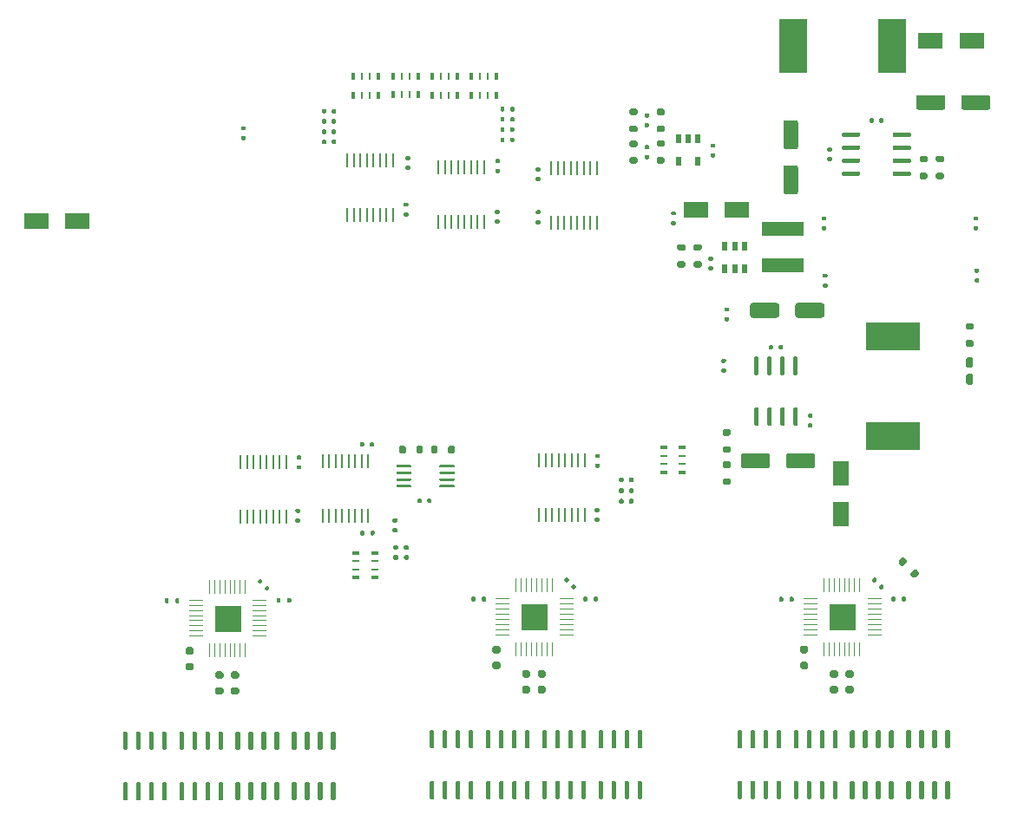
<source format=gtp>
G04 #@! TF.GenerationSoftware,KiCad,Pcbnew,5.1.10*
G04 #@! TF.CreationDate,2021-06-06T22:50:30-04:00*
G04 #@! TF.ProjectId,cnc-controller,636e632d-636f-46e7-9472-6f6c6c65722e,rev?*
G04 #@! TF.SameCoordinates,Original*
G04 #@! TF.FileFunction,Paste,Top*
G04 #@! TF.FilePolarity,Positive*
%FSLAX46Y46*%
G04 Gerber Fmt 4.6, Leading zero omitted, Abs format (unit mm)*
G04 Created by KiCad (PCBNEW 5.1.10) date 2021-06-06 22:50:30*
%MOMM*%
%LPD*%
G01*
G04 APERTURE LIST*
%ADD10R,1.320800X0.076200*%
%ADD11R,0.076200X1.320800*%
%ADD12R,2.647600X2.647600*%
%ADD13R,0.497600X0.907600*%
%ADD14R,0.347600X0.647600*%
%ADD15R,0.247600X0.647600*%
%ADD16R,0.647600X0.347600*%
%ADD17R,0.647600X0.247600*%
%ADD18R,0.257600X1.447600*%
%ADD19R,4.047600X1.347600*%
%ADD20R,2.747600X5.247600*%
%ADD21R,5.247600X2.747600*%
%ADD22R,2.347600X1.647600*%
%ADD23R,1.647600X2.347600*%
G04 APERTURE END LIST*
G36*
G01*
X98636888Y-99346915D02*
X98971915Y-99011888D01*
G75*
G02*
X99200877Y-99011888I114481J-114481D01*
G01*
X99429838Y-99240849D01*
G75*
G02*
X99429838Y-99469811I-114481J-114481D01*
G01*
X99094811Y-99804838D01*
G75*
G02*
X98865849Y-99804838I-114481J114481D01*
G01*
X98636888Y-99575877D01*
G75*
G02*
X98636888Y-99346915I114481J114481D01*
G01*
G37*
G36*
G01*
X97470162Y-98180189D02*
X97805189Y-97845162D01*
G75*
G02*
X98034151Y-97845162I114481J-114481D01*
G01*
X98263112Y-98074123D01*
G75*
G02*
X98263112Y-98303085I-114481J-114481D01*
G01*
X97928085Y-98638112D01*
G75*
G02*
X97699123Y-98638112I-114481J114481D01*
G01*
X97470162Y-98409151D01*
G75*
G02*
X97470162Y-98180189I114481J114481D01*
G01*
G37*
G36*
G01*
X85668100Y-114701200D02*
X85891900Y-114701200D01*
G75*
G02*
X86003800Y-114813100I0J-111900D01*
G01*
X86003800Y-116386900D01*
G75*
G02*
X85891900Y-116498800I-111900J0D01*
G01*
X85668100Y-116498800D01*
G75*
G02*
X85556200Y-116386900I0J111900D01*
G01*
X85556200Y-114813100D01*
G75*
G02*
X85668100Y-114701200I111900J0D01*
G01*
G37*
G36*
G01*
X84398100Y-114701200D02*
X84621900Y-114701200D01*
G75*
G02*
X84733800Y-114813100I0J-111900D01*
G01*
X84733800Y-116386900D01*
G75*
G02*
X84621900Y-116498800I-111900J0D01*
G01*
X84398100Y-116498800D01*
G75*
G02*
X84286200Y-116386900I0J111900D01*
G01*
X84286200Y-114813100D01*
G75*
G02*
X84398100Y-114701200I111900J0D01*
G01*
G37*
G36*
G01*
X83128100Y-114701200D02*
X83351900Y-114701200D01*
G75*
G02*
X83463800Y-114813100I0J-111900D01*
G01*
X83463800Y-116386900D01*
G75*
G02*
X83351900Y-116498800I-111900J0D01*
G01*
X83128100Y-116498800D01*
G75*
G02*
X83016200Y-116386900I0J111900D01*
G01*
X83016200Y-114813100D01*
G75*
G02*
X83128100Y-114701200I111900J0D01*
G01*
G37*
G36*
G01*
X81858100Y-114701200D02*
X82081900Y-114701200D01*
G75*
G02*
X82193800Y-114813100I0J-111900D01*
G01*
X82193800Y-116386900D01*
G75*
G02*
X82081900Y-116498800I-111900J0D01*
G01*
X81858100Y-116498800D01*
G75*
G02*
X81746200Y-116386900I0J111900D01*
G01*
X81746200Y-114813100D01*
G75*
G02*
X81858100Y-114701200I111900J0D01*
G01*
G37*
G36*
G01*
X81858100Y-119651200D02*
X82081900Y-119651200D01*
G75*
G02*
X82193800Y-119763100I0J-111900D01*
G01*
X82193800Y-121336900D01*
G75*
G02*
X82081900Y-121448800I-111900J0D01*
G01*
X81858100Y-121448800D01*
G75*
G02*
X81746200Y-121336900I0J111900D01*
G01*
X81746200Y-119763100D01*
G75*
G02*
X81858100Y-119651200I111900J0D01*
G01*
G37*
G36*
G01*
X83128100Y-119651200D02*
X83351900Y-119651200D01*
G75*
G02*
X83463800Y-119763100I0J-111900D01*
G01*
X83463800Y-121336900D01*
G75*
G02*
X83351900Y-121448800I-111900J0D01*
G01*
X83128100Y-121448800D01*
G75*
G02*
X83016200Y-121336900I0J111900D01*
G01*
X83016200Y-119763100D01*
G75*
G02*
X83128100Y-119651200I111900J0D01*
G01*
G37*
G36*
G01*
X84398100Y-119651200D02*
X84621900Y-119651200D01*
G75*
G02*
X84733800Y-119763100I0J-111900D01*
G01*
X84733800Y-121336900D01*
G75*
G02*
X84621900Y-121448800I-111900J0D01*
G01*
X84398100Y-121448800D01*
G75*
G02*
X84286200Y-121336900I0J111900D01*
G01*
X84286200Y-119763100D01*
G75*
G02*
X84398100Y-119651200I111900J0D01*
G01*
G37*
G36*
G01*
X85668100Y-119651200D02*
X85891900Y-119651200D01*
G75*
G02*
X86003800Y-119763100I0J-111900D01*
G01*
X86003800Y-121336900D01*
G75*
G02*
X85891900Y-121448800I-111900J0D01*
G01*
X85668100Y-121448800D01*
G75*
G02*
X85556200Y-121336900I0J111900D01*
G01*
X85556200Y-119763100D01*
G75*
G02*
X85668100Y-119651200I111900J0D01*
G01*
G37*
G36*
G01*
X94873213Y-99984748D02*
X95059748Y-99798213D01*
G75*
G02*
X95203856Y-99798213I72054J-72054D01*
G01*
X95347965Y-99942322D01*
G75*
G02*
X95347965Y-100086430I-72054J-72054D01*
G01*
X95161430Y-100272965D01*
G75*
G02*
X95017322Y-100272965I-72054J72054D01*
G01*
X94873213Y-100128856D01*
G75*
G02*
X94873213Y-99984748I72054J72054D01*
G01*
G37*
G36*
G01*
X95552035Y-100663570D02*
X95738570Y-100477035D01*
G75*
G02*
X95882678Y-100477035I72054J-72054D01*
G01*
X96026787Y-100621144D01*
G75*
G02*
X96026787Y-100765252I-72054J-72054D01*
G01*
X95840252Y-100951787D01*
G75*
G02*
X95696144Y-100951787I-72054J72054D01*
G01*
X95552035Y-100807678D01*
G75*
G02*
X95552035Y-100663570I72054J72054D01*
G01*
G37*
G36*
G01*
X102143100Y-114701200D02*
X102366900Y-114701200D01*
G75*
G02*
X102478800Y-114813100I0J-111900D01*
G01*
X102478800Y-116386900D01*
G75*
G02*
X102366900Y-116498800I-111900J0D01*
G01*
X102143100Y-116498800D01*
G75*
G02*
X102031200Y-116386900I0J111900D01*
G01*
X102031200Y-114813100D01*
G75*
G02*
X102143100Y-114701200I111900J0D01*
G01*
G37*
G36*
G01*
X100873100Y-114701200D02*
X101096900Y-114701200D01*
G75*
G02*
X101208800Y-114813100I0J-111900D01*
G01*
X101208800Y-116386900D01*
G75*
G02*
X101096900Y-116498800I-111900J0D01*
G01*
X100873100Y-116498800D01*
G75*
G02*
X100761200Y-116386900I0J111900D01*
G01*
X100761200Y-114813100D01*
G75*
G02*
X100873100Y-114701200I111900J0D01*
G01*
G37*
G36*
G01*
X99603100Y-114701200D02*
X99826900Y-114701200D01*
G75*
G02*
X99938800Y-114813100I0J-111900D01*
G01*
X99938800Y-116386900D01*
G75*
G02*
X99826900Y-116498800I-111900J0D01*
G01*
X99603100Y-116498800D01*
G75*
G02*
X99491200Y-116386900I0J111900D01*
G01*
X99491200Y-114813100D01*
G75*
G02*
X99603100Y-114701200I111900J0D01*
G01*
G37*
G36*
G01*
X98333100Y-114701200D02*
X98556900Y-114701200D01*
G75*
G02*
X98668800Y-114813100I0J-111900D01*
G01*
X98668800Y-116386900D01*
G75*
G02*
X98556900Y-116498800I-111900J0D01*
G01*
X98333100Y-116498800D01*
G75*
G02*
X98221200Y-116386900I0J111900D01*
G01*
X98221200Y-114813100D01*
G75*
G02*
X98333100Y-114701200I111900J0D01*
G01*
G37*
G36*
G01*
X98333100Y-119651200D02*
X98556900Y-119651200D01*
G75*
G02*
X98668800Y-119763100I0J-111900D01*
G01*
X98668800Y-121336900D01*
G75*
G02*
X98556900Y-121448800I-111900J0D01*
G01*
X98333100Y-121448800D01*
G75*
G02*
X98221200Y-121336900I0J111900D01*
G01*
X98221200Y-119763100D01*
G75*
G02*
X98333100Y-119651200I111900J0D01*
G01*
G37*
G36*
G01*
X99603100Y-119651200D02*
X99826900Y-119651200D01*
G75*
G02*
X99938800Y-119763100I0J-111900D01*
G01*
X99938800Y-121336900D01*
G75*
G02*
X99826900Y-121448800I-111900J0D01*
G01*
X99603100Y-121448800D01*
G75*
G02*
X99491200Y-121336900I0J111900D01*
G01*
X99491200Y-119763100D01*
G75*
G02*
X99603100Y-119651200I111900J0D01*
G01*
G37*
G36*
G01*
X100873100Y-119651200D02*
X101096900Y-119651200D01*
G75*
G02*
X101208800Y-119763100I0J-111900D01*
G01*
X101208800Y-121336900D01*
G75*
G02*
X101096900Y-121448800I-111900J0D01*
G01*
X100873100Y-121448800D01*
G75*
G02*
X100761200Y-121336900I0J111900D01*
G01*
X100761200Y-119763100D01*
G75*
G02*
X100873100Y-119651200I111900J0D01*
G01*
G37*
G36*
G01*
X102143100Y-119651200D02*
X102366900Y-119651200D01*
G75*
G02*
X102478800Y-119763100I0J-111900D01*
G01*
X102478800Y-121336900D01*
G75*
G02*
X102366900Y-121448800I-111900J0D01*
G01*
X102143100Y-121448800D01*
G75*
G02*
X102031200Y-121336900I0J111900D01*
G01*
X102031200Y-119763100D01*
G75*
G02*
X102143100Y-119651200I111900J0D01*
G01*
G37*
G36*
G01*
X96643100Y-114701200D02*
X96866900Y-114701200D01*
G75*
G02*
X96978800Y-114813100I0J-111900D01*
G01*
X96978800Y-116386900D01*
G75*
G02*
X96866900Y-116498800I-111900J0D01*
G01*
X96643100Y-116498800D01*
G75*
G02*
X96531200Y-116386900I0J111900D01*
G01*
X96531200Y-114813100D01*
G75*
G02*
X96643100Y-114701200I111900J0D01*
G01*
G37*
G36*
G01*
X95373100Y-114701200D02*
X95596900Y-114701200D01*
G75*
G02*
X95708800Y-114813100I0J-111900D01*
G01*
X95708800Y-116386900D01*
G75*
G02*
X95596900Y-116498800I-111900J0D01*
G01*
X95373100Y-116498800D01*
G75*
G02*
X95261200Y-116386900I0J111900D01*
G01*
X95261200Y-114813100D01*
G75*
G02*
X95373100Y-114701200I111900J0D01*
G01*
G37*
G36*
G01*
X94103100Y-114701200D02*
X94326900Y-114701200D01*
G75*
G02*
X94438800Y-114813100I0J-111900D01*
G01*
X94438800Y-116386900D01*
G75*
G02*
X94326900Y-116498800I-111900J0D01*
G01*
X94103100Y-116498800D01*
G75*
G02*
X93991200Y-116386900I0J111900D01*
G01*
X93991200Y-114813100D01*
G75*
G02*
X94103100Y-114701200I111900J0D01*
G01*
G37*
G36*
G01*
X92833100Y-114701200D02*
X93056900Y-114701200D01*
G75*
G02*
X93168800Y-114813100I0J-111900D01*
G01*
X93168800Y-116386900D01*
G75*
G02*
X93056900Y-116498800I-111900J0D01*
G01*
X92833100Y-116498800D01*
G75*
G02*
X92721200Y-116386900I0J111900D01*
G01*
X92721200Y-114813100D01*
G75*
G02*
X92833100Y-114701200I111900J0D01*
G01*
G37*
G36*
G01*
X92833100Y-119651200D02*
X93056900Y-119651200D01*
G75*
G02*
X93168800Y-119763100I0J-111900D01*
G01*
X93168800Y-121336900D01*
G75*
G02*
X93056900Y-121448800I-111900J0D01*
G01*
X92833100Y-121448800D01*
G75*
G02*
X92721200Y-121336900I0J111900D01*
G01*
X92721200Y-119763100D01*
G75*
G02*
X92833100Y-119651200I111900J0D01*
G01*
G37*
G36*
G01*
X94103100Y-119651200D02*
X94326900Y-119651200D01*
G75*
G02*
X94438800Y-119763100I0J-111900D01*
G01*
X94438800Y-121336900D01*
G75*
G02*
X94326900Y-121448800I-111900J0D01*
G01*
X94103100Y-121448800D01*
G75*
G02*
X93991200Y-121336900I0J111900D01*
G01*
X93991200Y-119763100D01*
G75*
G02*
X94103100Y-119651200I111900J0D01*
G01*
G37*
G36*
G01*
X95373100Y-119651200D02*
X95596900Y-119651200D01*
G75*
G02*
X95708800Y-119763100I0J-111900D01*
G01*
X95708800Y-121336900D01*
G75*
G02*
X95596900Y-121448800I-111900J0D01*
G01*
X95373100Y-121448800D01*
G75*
G02*
X95261200Y-121336900I0J111900D01*
G01*
X95261200Y-119763100D01*
G75*
G02*
X95373100Y-119651200I111900J0D01*
G01*
G37*
G36*
G01*
X96643100Y-119651200D02*
X96866900Y-119651200D01*
G75*
G02*
X96978800Y-119763100I0J-111900D01*
G01*
X96978800Y-121336900D01*
G75*
G02*
X96866900Y-121448800I-111900J0D01*
G01*
X96643100Y-121448800D01*
G75*
G02*
X96531200Y-121336900I0J111900D01*
G01*
X96531200Y-119763100D01*
G75*
G02*
X96643100Y-119651200I111900J0D01*
G01*
G37*
G36*
G01*
X92463100Y-108826200D02*
X92886900Y-108826200D01*
G75*
G02*
X93073800Y-109013100I0J-186900D01*
G01*
X93073800Y-109386900D01*
G75*
G02*
X92886900Y-109573800I-186900J0D01*
G01*
X92463100Y-109573800D01*
G75*
G02*
X92276200Y-109386900I0J186900D01*
G01*
X92276200Y-109013100D01*
G75*
G02*
X92463100Y-108826200I186900J0D01*
G01*
G37*
G36*
G01*
X92463100Y-110376200D02*
X92886900Y-110376200D01*
G75*
G02*
X93073800Y-110563100I0J-186900D01*
G01*
X93073800Y-110936900D01*
G75*
G02*
X92886900Y-111123800I-186900J0D01*
G01*
X92463100Y-111123800D01*
G75*
G02*
X92276200Y-110936900I0J186900D01*
G01*
X92276200Y-110563100D01*
G75*
G02*
X92463100Y-110376200I186900J0D01*
G01*
G37*
G36*
G01*
X90938100Y-108826200D02*
X91361900Y-108826200D01*
G75*
G02*
X91548800Y-109013100I0J-186900D01*
G01*
X91548800Y-109386900D01*
G75*
G02*
X91361900Y-109573800I-186900J0D01*
G01*
X90938100Y-109573800D01*
G75*
G02*
X90751200Y-109386900I0J186900D01*
G01*
X90751200Y-109013100D01*
G75*
G02*
X90938100Y-108826200I186900J0D01*
G01*
G37*
G36*
G01*
X90938100Y-110376200D02*
X91361900Y-110376200D01*
G75*
G02*
X91548800Y-110563100I0J-186900D01*
G01*
X91548800Y-110936900D01*
G75*
G02*
X91361900Y-111123800I-186900J0D01*
G01*
X90938100Y-111123800D01*
G75*
G02*
X90751200Y-110936900I0J186900D01*
G01*
X90751200Y-110563100D01*
G75*
G02*
X90938100Y-110376200I186900J0D01*
G01*
G37*
G36*
G01*
X96746200Y-102046900D02*
X96746200Y-101753100D01*
G75*
G02*
X96843100Y-101656200I96900J0D01*
G01*
X97036900Y-101656200D01*
G75*
G02*
X97133800Y-101753100I0J-96900D01*
G01*
X97133800Y-102046900D01*
G75*
G02*
X97036900Y-102143800I-96900J0D01*
G01*
X96843100Y-102143800D01*
G75*
G02*
X96746200Y-102046900I0J96900D01*
G01*
G37*
G36*
G01*
X97766200Y-102046900D02*
X97766200Y-101753100D01*
G75*
G02*
X97863100Y-101656200I96900J0D01*
G01*
X98056900Y-101656200D01*
G75*
G02*
X98153800Y-101753100I0J-96900D01*
G01*
X98153800Y-102046900D01*
G75*
G02*
X98056900Y-102143800I-96900J0D01*
G01*
X97863100Y-102143800D01*
G75*
G02*
X97766200Y-102046900I0J96900D01*
G01*
G37*
G36*
G01*
X91168100Y-114701200D02*
X91391900Y-114701200D01*
G75*
G02*
X91503800Y-114813100I0J-111900D01*
G01*
X91503800Y-116386900D01*
G75*
G02*
X91391900Y-116498800I-111900J0D01*
G01*
X91168100Y-116498800D01*
G75*
G02*
X91056200Y-116386900I0J111900D01*
G01*
X91056200Y-114813100D01*
G75*
G02*
X91168100Y-114701200I111900J0D01*
G01*
G37*
G36*
G01*
X89898100Y-114701200D02*
X90121900Y-114701200D01*
G75*
G02*
X90233800Y-114813100I0J-111900D01*
G01*
X90233800Y-116386900D01*
G75*
G02*
X90121900Y-116498800I-111900J0D01*
G01*
X89898100Y-116498800D01*
G75*
G02*
X89786200Y-116386900I0J111900D01*
G01*
X89786200Y-114813100D01*
G75*
G02*
X89898100Y-114701200I111900J0D01*
G01*
G37*
G36*
G01*
X88628100Y-114701200D02*
X88851900Y-114701200D01*
G75*
G02*
X88963800Y-114813100I0J-111900D01*
G01*
X88963800Y-116386900D01*
G75*
G02*
X88851900Y-116498800I-111900J0D01*
G01*
X88628100Y-116498800D01*
G75*
G02*
X88516200Y-116386900I0J111900D01*
G01*
X88516200Y-114813100D01*
G75*
G02*
X88628100Y-114701200I111900J0D01*
G01*
G37*
G36*
G01*
X87358100Y-114701200D02*
X87581900Y-114701200D01*
G75*
G02*
X87693800Y-114813100I0J-111900D01*
G01*
X87693800Y-116386900D01*
G75*
G02*
X87581900Y-116498800I-111900J0D01*
G01*
X87358100Y-116498800D01*
G75*
G02*
X87246200Y-116386900I0J111900D01*
G01*
X87246200Y-114813100D01*
G75*
G02*
X87358100Y-114701200I111900J0D01*
G01*
G37*
G36*
G01*
X87358100Y-119651200D02*
X87581900Y-119651200D01*
G75*
G02*
X87693800Y-119763100I0J-111900D01*
G01*
X87693800Y-121336900D01*
G75*
G02*
X87581900Y-121448800I-111900J0D01*
G01*
X87358100Y-121448800D01*
G75*
G02*
X87246200Y-121336900I0J111900D01*
G01*
X87246200Y-119763100D01*
G75*
G02*
X87358100Y-119651200I111900J0D01*
G01*
G37*
G36*
G01*
X88628100Y-119651200D02*
X88851900Y-119651200D01*
G75*
G02*
X88963800Y-119763100I0J-111900D01*
G01*
X88963800Y-121336900D01*
G75*
G02*
X88851900Y-121448800I-111900J0D01*
G01*
X88628100Y-121448800D01*
G75*
G02*
X88516200Y-121336900I0J111900D01*
G01*
X88516200Y-119763100D01*
G75*
G02*
X88628100Y-119651200I111900J0D01*
G01*
G37*
G36*
G01*
X89898100Y-119651200D02*
X90121900Y-119651200D01*
G75*
G02*
X90233800Y-119763100I0J-111900D01*
G01*
X90233800Y-121336900D01*
G75*
G02*
X90121900Y-121448800I-111900J0D01*
G01*
X89898100Y-121448800D01*
G75*
G02*
X89786200Y-121336900I0J111900D01*
G01*
X89786200Y-119763100D01*
G75*
G02*
X89898100Y-119651200I111900J0D01*
G01*
G37*
G36*
G01*
X91168100Y-119651200D02*
X91391900Y-119651200D01*
G75*
G02*
X91503800Y-119763100I0J-111900D01*
G01*
X91503800Y-121336900D01*
G75*
G02*
X91391900Y-121448800I-111900J0D01*
G01*
X91168100Y-121448800D01*
G75*
G02*
X91056200Y-121336900I0J111900D01*
G01*
X91056200Y-119763100D01*
G75*
G02*
X91168100Y-119651200I111900J0D01*
G01*
G37*
G36*
G01*
X87228800Y-101778100D02*
X87228800Y-102071900D01*
G75*
G02*
X87131900Y-102168800I-96900J0D01*
G01*
X86938100Y-102168800D01*
G75*
G02*
X86841200Y-102071900I0J96900D01*
G01*
X86841200Y-101778100D01*
G75*
G02*
X86938100Y-101681200I96900J0D01*
G01*
X87131900Y-101681200D01*
G75*
G02*
X87228800Y-101778100I0J-96900D01*
G01*
G37*
G36*
G01*
X86208800Y-101778100D02*
X86208800Y-102071900D01*
G75*
G02*
X86111900Y-102168800I-96900J0D01*
G01*
X85918100Y-102168800D01*
G75*
G02*
X85821200Y-102071900I0J96900D01*
G01*
X85821200Y-101778100D01*
G75*
G02*
X85918100Y-101681200I96900J0D01*
G01*
X86111900Y-101681200D01*
G75*
G02*
X86208800Y-101778100I0J-96900D01*
G01*
G37*
G36*
G01*
X88461900Y-108748800D02*
X88038100Y-108748800D01*
G75*
G02*
X87851200Y-108561900I0J186900D01*
G01*
X87851200Y-108188100D01*
G75*
G02*
X88038100Y-108001200I186900J0D01*
G01*
X88461900Y-108001200D01*
G75*
G02*
X88648800Y-108188100I0J-186900D01*
G01*
X88648800Y-108561900D01*
G75*
G02*
X88461900Y-108748800I-186900J0D01*
G01*
G37*
G36*
G01*
X88461900Y-107198800D02*
X88038100Y-107198800D01*
G75*
G02*
X87851200Y-107011900I0J186900D01*
G01*
X87851200Y-106638100D01*
G75*
G02*
X88038100Y-106451200I186900J0D01*
G01*
X88461900Y-106451200D01*
G75*
G02*
X88648800Y-106638100I0J-186900D01*
G01*
X88648800Y-107011900D01*
G75*
G02*
X88461900Y-107198800I-186900J0D01*
G01*
G37*
D10*
X95099200Y-105424999D03*
X95099200Y-104925000D03*
X95099200Y-104425001D03*
X95099200Y-103925000D03*
X95099200Y-103425000D03*
X95099200Y-102924999D03*
X95099200Y-102425000D03*
X95099200Y-101925001D03*
D11*
X93724999Y-100550800D03*
X93225000Y-100550800D03*
X92725001Y-100550800D03*
X92225000Y-100550800D03*
X91725000Y-100550800D03*
X91224999Y-100550800D03*
X90725000Y-100550800D03*
X90225001Y-100550800D03*
D10*
X88850800Y-101925001D03*
X88850800Y-102425000D03*
X88850800Y-102924999D03*
X88850800Y-103425000D03*
X88850800Y-103925000D03*
X88850800Y-104425001D03*
X88850800Y-104925000D03*
X88850800Y-105424999D03*
D11*
X90225001Y-106799200D03*
X90725000Y-106799200D03*
X91224999Y-106799200D03*
X91725000Y-106799200D03*
X92225000Y-106799200D03*
X92725001Y-106799200D03*
X93225000Y-106799200D03*
X93724999Y-106799200D03*
D12*
X91975000Y-103675000D03*
G36*
G01*
X55643100Y-114701200D02*
X55866900Y-114701200D01*
G75*
G02*
X55978800Y-114813100I0J-111900D01*
G01*
X55978800Y-116386900D01*
G75*
G02*
X55866900Y-116498800I-111900J0D01*
G01*
X55643100Y-116498800D01*
G75*
G02*
X55531200Y-116386900I0J111900D01*
G01*
X55531200Y-114813100D01*
G75*
G02*
X55643100Y-114701200I111900J0D01*
G01*
G37*
G36*
G01*
X54373100Y-114701200D02*
X54596900Y-114701200D01*
G75*
G02*
X54708800Y-114813100I0J-111900D01*
G01*
X54708800Y-116386900D01*
G75*
G02*
X54596900Y-116498800I-111900J0D01*
G01*
X54373100Y-116498800D01*
G75*
G02*
X54261200Y-116386900I0J111900D01*
G01*
X54261200Y-114813100D01*
G75*
G02*
X54373100Y-114701200I111900J0D01*
G01*
G37*
G36*
G01*
X53103100Y-114701200D02*
X53326900Y-114701200D01*
G75*
G02*
X53438800Y-114813100I0J-111900D01*
G01*
X53438800Y-116386900D01*
G75*
G02*
X53326900Y-116498800I-111900J0D01*
G01*
X53103100Y-116498800D01*
G75*
G02*
X52991200Y-116386900I0J111900D01*
G01*
X52991200Y-114813100D01*
G75*
G02*
X53103100Y-114701200I111900J0D01*
G01*
G37*
G36*
G01*
X51833100Y-114701200D02*
X52056900Y-114701200D01*
G75*
G02*
X52168800Y-114813100I0J-111900D01*
G01*
X52168800Y-116386900D01*
G75*
G02*
X52056900Y-116498800I-111900J0D01*
G01*
X51833100Y-116498800D01*
G75*
G02*
X51721200Y-116386900I0J111900D01*
G01*
X51721200Y-114813100D01*
G75*
G02*
X51833100Y-114701200I111900J0D01*
G01*
G37*
G36*
G01*
X51833100Y-119651200D02*
X52056900Y-119651200D01*
G75*
G02*
X52168800Y-119763100I0J-111900D01*
G01*
X52168800Y-121336900D01*
G75*
G02*
X52056900Y-121448800I-111900J0D01*
G01*
X51833100Y-121448800D01*
G75*
G02*
X51721200Y-121336900I0J111900D01*
G01*
X51721200Y-119763100D01*
G75*
G02*
X51833100Y-119651200I111900J0D01*
G01*
G37*
G36*
G01*
X53103100Y-119651200D02*
X53326900Y-119651200D01*
G75*
G02*
X53438800Y-119763100I0J-111900D01*
G01*
X53438800Y-121336900D01*
G75*
G02*
X53326900Y-121448800I-111900J0D01*
G01*
X53103100Y-121448800D01*
G75*
G02*
X52991200Y-121336900I0J111900D01*
G01*
X52991200Y-119763100D01*
G75*
G02*
X53103100Y-119651200I111900J0D01*
G01*
G37*
G36*
G01*
X54373100Y-119651200D02*
X54596900Y-119651200D01*
G75*
G02*
X54708800Y-119763100I0J-111900D01*
G01*
X54708800Y-121336900D01*
G75*
G02*
X54596900Y-121448800I-111900J0D01*
G01*
X54373100Y-121448800D01*
G75*
G02*
X54261200Y-121336900I0J111900D01*
G01*
X54261200Y-119763100D01*
G75*
G02*
X54373100Y-119651200I111900J0D01*
G01*
G37*
G36*
G01*
X55643100Y-119651200D02*
X55866900Y-119651200D01*
G75*
G02*
X55978800Y-119763100I0J-111900D01*
G01*
X55978800Y-121336900D01*
G75*
G02*
X55866900Y-121448800I-111900J0D01*
G01*
X55643100Y-121448800D01*
G75*
G02*
X55531200Y-121336900I0J111900D01*
G01*
X55531200Y-119763100D01*
G75*
G02*
X55643100Y-119651200I111900J0D01*
G01*
G37*
G36*
G01*
X64848213Y-99984748D02*
X65034748Y-99798213D01*
G75*
G02*
X65178856Y-99798213I72054J-72054D01*
G01*
X65322965Y-99942322D01*
G75*
G02*
X65322965Y-100086430I-72054J-72054D01*
G01*
X65136430Y-100272965D01*
G75*
G02*
X64992322Y-100272965I-72054J72054D01*
G01*
X64848213Y-100128856D01*
G75*
G02*
X64848213Y-99984748I72054J72054D01*
G01*
G37*
G36*
G01*
X65527035Y-100663570D02*
X65713570Y-100477035D01*
G75*
G02*
X65857678Y-100477035I72054J-72054D01*
G01*
X66001787Y-100621144D01*
G75*
G02*
X66001787Y-100765252I-72054J-72054D01*
G01*
X65815252Y-100951787D01*
G75*
G02*
X65671144Y-100951787I-72054J72054D01*
G01*
X65527035Y-100807678D01*
G75*
G02*
X65527035Y-100663570I72054J72054D01*
G01*
G37*
G36*
G01*
X72118100Y-114701200D02*
X72341900Y-114701200D01*
G75*
G02*
X72453800Y-114813100I0J-111900D01*
G01*
X72453800Y-116386900D01*
G75*
G02*
X72341900Y-116498800I-111900J0D01*
G01*
X72118100Y-116498800D01*
G75*
G02*
X72006200Y-116386900I0J111900D01*
G01*
X72006200Y-114813100D01*
G75*
G02*
X72118100Y-114701200I111900J0D01*
G01*
G37*
G36*
G01*
X70848100Y-114701200D02*
X71071900Y-114701200D01*
G75*
G02*
X71183800Y-114813100I0J-111900D01*
G01*
X71183800Y-116386900D01*
G75*
G02*
X71071900Y-116498800I-111900J0D01*
G01*
X70848100Y-116498800D01*
G75*
G02*
X70736200Y-116386900I0J111900D01*
G01*
X70736200Y-114813100D01*
G75*
G02*
X70848100Y-114701200I111900J0D01*
G01*
G37*
G36*
G01*
X69578100Y-114701200D02*
X69801900Y-114701200D01*
G75*
G02*
X69913800Y-114813100I0J-111900D01*
G01*
X69913800Y-116386900D01*
G75*
G02*
X69801900Y-116498800I-111900J0D01*
G01*
X69578100Y-116498800D01*
G75*
G02*
X69466200Y-116386900I0J111900D01*
G01*
X69466200Y-114813100D01*
G75*
G02*
X69578100Y-114701200I111900J0D01*
G01*
G37*
G36*
G01*
X68308100Y-114701200D02*
X68531900Y-114701200D01*
G75*
G02*
X68643800Y-114813100I0J-111900D01*
G01*
X68643800Y-116386900D01*
G75*
G02*
X68531900Y-116498800I-111900J0D01*
G01*
X68308100Y-116498800D01*
G75*
G02*
X68196200Y-116386900I0J111900D01*
G01*
X68196200Y-114813100D01*
G75*
G02*
X68308100Y-114701200I111900J0D01*
G01*
G37*
G36*
G01*
X68308100Y-119651200D02*
X68531900Y-119651200D01*
G75*
G02*
X68643800Y-119763100I0J-111900D01*
G01*
X68643800Y-121336900D01*
G75*
G02*
X68531900Y-121448800I-111900J0D01*
G01*
X68308100Y-121448800D01*
G75*
G02*
X68196200Y-121336900I0J111900D01*
G01*
X68196200Y-119763100D01*
G75*
G02*
X68308100Y-119651200I111900J0D01*
G01*
G37*
G36*
G01*
X69578100Y-119651200D02*
X69801900Y-119651200D01*
G75*
G02*
X69913800Y-119763100I0J-111900D01*
G01*
X69913800Y-121336900D01*
G75*
G02*
X69801900Y-121448800I-111900J0D01*
G01*
X69578100Y-121448800D01*
G75*
G02*
X69466200Y-121336900I0J111900D01*
G01*
X69466200Y-119763100D01*
G75*
G02*
X69578100Y-119651200I111900J0D01*
G01*
G37*
G36*
G01*
X70848100Y-119651200D02*
X71071900Y-119651200D01*
G75*
G02*
X71183800Y-119763100I0J-111900D01*
G01*
X71183800Y-121336900D01*
G75*
G02*
X71071900Y-121448800I-111900J0D01*
G01*
X70848100Y-121448800D01*
G75*
G02*
X70736200Y-121336900I0J111900D01*
G01*
X70736200Y-119763100D01*
G75*
G02*
X70848100Y-119651200I111900J0D01*
G01*
G37*
G36*
G01*
X72118100Y-119651200D02*
X72341900Y-119651200D01*
G75*
G02*
X72453800Y-119763100I0J-111900D01*
G01*
X72453800Y-121336900D01*
G75*
G02*
X72341900Y-121448800I-111900J0D01*
G01*
X72118100Y-121448800D01*
G75*
G02*
X72006200Y-121336900I0J111900D01*
G01*
X72006200Y-119763100D01*
G75*
G02*
X72118100Y-119651200I111900J0D01*
G01*
G37*
G36*
G01*
X66618100Y-114701200D02*
X66841900Y-114701200D01*
G75*
G02*
X66953800Y-114813100I0J-111900D01*
G01*
X66953800Y-116386900D01*
G75*
G02*
X66841900Y-116498800I-111900J0D01*
G01*
X66618100Y-116498800D01*
G75*
G02*
X66506200Y-116386900I0J111900D01*
G01*
X66506200Y-114813100D01*
G75*
G02*
X66618100Y-114701200I111900J0D01*
G01*
G37*
G36*
G01*
X65348100Y-114701200D02*
X65571900Y-114701200D01*
G75*
G02*
X65683800Y-114813100I0J-111900D01*
G01*
X65683800Y-116386900D01*
G75*
G02*
X65571900Y-116498800I-111900J0D01*
G01*
X65348100Y-116498800D01*
G75*
G02*
X65236200Y-116386900I0J111900D01*
G01*
X65236200Y-114813100D01*
G75*
G02*
X65348100Y-114701200I111900J0D01*
G01*
G37*
G36*
G01*
X64078100Y-114701200D02*
X64301900Y-114701200D01*
G75*
G02*
X64413800Y-114813100I0J-111900D01*
G01*
X64413800Y-116386900D01*
G75*
G02*
X64301900Y-116498800I-111900J0D01*
G01*
X64078100Y-116498800D01*
G75*
G02*
X63966200Y-116386900I0J111900D01*
G01*
X63966200Y-114813100D01*
G75*
G02*
X64078100Y-114701200I111900J0D01*
G01*
G37*
G36*
G01*
X62808100Y-114701200D02*
X63031900Y-114701200D01*
G75*
G02*
X63143800Y-114813100I0J-111900D01*
G01*
X63143800Y-116386900D01*
G75*
G02*
X63031900Y-116498800I-111900J0D01*
G01*
X62808100Y-116498800D01*
G75*
G02*
X62696200Y-116386900I0J111900D01*
G01*
X62696200Y-114813100D01*
G75*
G02*
X62808100Y-114701200I111900J0D01*
G01*
G37*
G36*
G01*
X62808100Y-119651200D02*
X63031900Y-119651200D01*
G75*
G02*
X63143800Y-119763100I0J-111900D01*
G01*
X63143800Y-121336900D01*
G75*
G02*
X63031900Y-121448800I-111900J0D01*
G01*
X62808100Y-121448800D01*
G75*
G02*
X62696200Y-121336900I0J111900D01*
G01*
X62696200Y-119763100D01*
G75*
G02*
X62808100Y-119651200I111900J0D01*
G01*
G37*
G36*
G01*
X64078100Y-119651200D02*
X64301900Y-119651200D01*
G75*
G02*
X64413800Y-119763100I0J-111900D01*
G01*
X64413800Y-121336900D01*
G75*
G02*
X64301900Y-121448800I-111900J0D01*
G01*
X64078100Y-121448800D01*
G75*
G02*
X63966200Y-121336900I0J111900D01*
G01*
X63966200Y-119763100D01*
G75*
G02*
X64078100Y-119651200I111900J0D01*
G01*
G37*
G36*
G01*
X65348100Y-119651200D02*
X65571900Y-119651200D01*
G75*
G02*
X65683800Y-119763100I0J-111900D01*
G01*
X65683800Y-121336900D01*
G75*
G02*
X65571900Y-121448800I-111900J0D01*
G01*
X65348100Y-121448800D01*
G75*
G02*
X65236200Y-121336900I0J111900D01*
G01*
X65236200Y-119763100D01*
G75*
G02*
X65348100Y-119651200I111900J0D01*
G01*
G37*
G36*
G01*
X66618100Y-119651200D02*
X66841900Y-119651200D01*
G75*
G02*
X66953800Y-119763100I0J-111900D01*
G01*
X66953800Y-121336900D01*
G75*
G02*
X66841900Y-121448800I-111900J0D01*
G01*
X66618100Y-121448800D01*
G75*
G02*
X66506200Y-121336900I0J111900D01*
G01*
X66506200Y-119763100D01*
G75*
G02*
X66618100Y-119651200I111900J0D01*
G01*
G37*
G36*
G01*
X62438100Y-108826200D02*
X62861900Y-108826200D01*
G75*
G02*
X63048800Y-109013100I0J-186900D01*
G01*
X63048800Y-109386900D01*
G75*
G02*
X62861900Y-109573800I-186900J0D01*
G01*
X62438100Y-109573800D01*
G75*
G02*
X62251200Y-109386900I0J186900D01*
G01*
X62251200Y-109013100D01*
G75*
G02*
X62438100Y-108826200I186900J0D01*
G01*
G37*
G36*
G01*
X62438100Y-110376200D02*
X62861900Y-110376200D01*
G75*
G02*
X63048800Y-110563100I0J-186900D01*
G01*
X63048800Y-110936900D01*
G75*
G02*
X62861900Y-111123800I-186900J0D01*
G01*
X62438100Y-111123800D01*
G75*
G02*
X62251200Y-110936900I0J186900D01*
G01*
X62251200Y-110563100D01*
G75*
G02*
X62438100Y-110376200I186900J0D01*
G01*
G37*
G36*
G01*
X60913100Y-108826200D02*
X61336900Y-108826200D01*
G75*
G02*
X61523800Y-109013100I0J-186900D01*
G01*
X61523800Y-109386900D01*
G75*
G02*
X61336900Y-109573800I-186900J0D01*
G01*
X60913100Y-109573800D01*
G75*
G02*
X60726200Y-109386900I0J186900D01*
G01*
X60726200Y-109013100D01*
G75*
G02*
X60913100Y-108826200I186900J0D01*
G01*
G37*
G36*
G01*
X60913100Y-110376200D02*
X61336900Y-110376200D01*
G75*
G02*
X61523800Y-110563100I0J-186900D01*
G01*
X61523800Y-110936900D01*
G75*
G02*
X61336900Y-111123800I-186900J0D01*
G01*
X60913100Y-111123800D01*
G75*
G02*
X60726200Y-110936900I0J186900D01*
G01*
X60726200Y-110563100D01*
G75*
G02*
X60913100Y-110376200I186900J0D01*
G01*
G37*
G36*
G01*
X66721200Y-102046900D02*
X66721200Y-101753100D01*
G75*
G02*
X66818100Y-101656200I96900J0D01*
G01*
X67011900Y-101656200D01*
G75*
G02*
X67108800Y-101753100I0J-96900D01*
G01*
X67108800Y-102046900D01*
G75*
G02*
X67011900Y-102143800I-96900J0D01*
G01*
X66818100Y-102143800D01*
G75*
G02*
X66721200Y-102046900I0J96900D01*
G01*
G37*
G36*
G01*
X67741200Y-102046900D02*
X67741200Y-101753100D01*
G75*
G02*
X67838100Y-101656200I96900J0D01*
G01*
X68031900Y-101656200D01*
G75*
G02*
X68128800Y-101753100I0J-96900D01*
G01*
X68128800Y-102046900D01*
G75*
G02*
X68031900Y-102143800I-96900J0D01*
G01*
X67838100Y-102143800D01*
G75*
G02*
X67741200Y-102046900I0J96900D01*
G01*
G37*
G36*
G01*
X61143100Y-114701200D02*
X61366900Y-114701200D01*
G75*
G02*
X61478800Y-114813100I0J-111900D01*
G01*
X61478800Y-116386900D01*
G75*
G02*
X61366900Y-116498800I-111900J0D01*
G01*
X61143100Y-116498800D01*
G75*
G02*
X61031200Y-116386900I0J111900D01*
G01*
X61031200Y-114813100D01*
G75*
G02*
X61143100Y-114701200I111900J0D01*
G01*
G37*
G36*
G01*
X59873100Y-114701200D02*
X60096900Y-114701200D01*
G75*
G02*
X60208800Y-114813100I0J-111900D01*
G01*
X60208800Y-116386900D01*
G75*
G02*
X60096900Y-116498800I-111900J0D01*
G01*
X59873100Y-116498800D01*
G75*
G02*
X59761200Y-116386900I0J111900D01*
G01*
X59761200Y-114813100D01*
G75*
G02*
X59873100Y-114701200I111900J0D01*
G01*
G37*
G36*
G01*
X58603100Y-114701200D02*
X58826900Y-114701200D01*
G75*
G02*
X58938800Y-114813100I0J-111900D01*
G01*
X58938800Y-116386900D01*
G75*
G02*
X58826900Y-116498800I-111900J0D01*
G01*
X58603100Y-116498800D01*
G75*
G02*
X58491200Y-116386900I0J111900D01*
G01*
X58491200Y-114813100D01*
G75*
G02*
X58603100Y-114701200I111900J0D01*
G01*
G37*
G36*
G01*
X57333100Y-114701200D02*
X57556900Y-114701200D01*
G75*
G02*
X57668800Y-114813100I0J-111900D01*
G01*
X57668800Y-116386900D01*
G75*
G02*
X57556900Y-116498800I-111900J0D01*
G01*
X57333100Y-116498800D01*
G75*
G02*
X57221200Y-116386900I0J111900D01*
G01*
X57221200Y-114813100D01*
G75*
G02*
X57333100Y-114701200I111900J0D01*
G01*
G37*
G36*
G01*
X57333100Y-119651200D02*
X57556900Y-119651200D01*
G75*
G02*
X57668800Y-119763100I0J-111900D01*
G01*
X57668800Y-121336900D01*
G75*
G02*
X57556900Y-121448800I-111900J0D01*
G01*
X57333100Y-121448800D01*
G75*
G02*
X57221200Y-121336900I0J111900D01*
G01*
X57221200Y-119763100D01*
G75*
G02*
X57333100Y-119651200I111900J0D01*
G01*
G37*
G36*
G01*
X58603100Y-119651200D02*
X58826900Y-119651200D01*
G75*
G02*
X58938800Y-119763100I0J-111900D01*
G01*
X58938800Y-121336900D01*
G75*
G02*
X58826900Y-121448800I-111900J0D01*
G01*
X58603100Y-121448800D01*
G75*
G02*
X58491200Y-121336900I0J111900D01*
G01*
X58491200Y-119763100D01*
G75*
G02*
X58603100Y-119651200I111900J0D01*
G01*
G37*
G36*
G01*
X59873100Y-119651200D02*
X60096900Y-119651200D01*
G75*
G02*
X60208800Y-119763100I0J-111900D01*
G01*
X60208800Y-121336900D01*
G75*
G02*
X60096900Y-121448800I-111900J0D01*
G01*
X59873100Y-121448800D01*
G75*
G02*
X59761200Y-121336900I0J111900D01*
G01*
X59761200Y-119763100D01*
G75*
G02*
X59873100Y-119651200I111900J0D01*
G01*
G37*
G36*
G01*
X61143100Y-119651200D02*
X61366900Y-119651200D01*
G75*
G02*
X61478800Y-119763100I0J-111900D01*
G01*
X61478800Y-121336900D01*
G75*
G02*
X61366900Y-121448800I-111900J0D01*
G01*
X61143100Y-121448800D01*
G75*
G02*
X61031200Y-121336900I0J111900D01*
G01*
X61031200Y-119763100D01*
G75*
G02*
X61143100Y-119651200I111900J0D01*
G01*
G37*
G36*
G01*
X57203800Y-101778100D02*
X57203800Y-102071900D01*
G75*
G02*
X57106900Y-102168800I-96900J0D01*
G01*
X56913100Y-102168800D01*
G75*
G02*
X56816200Y-102071900I0J96900D01*
G01*
X56816200Y-101778100D01*
G75*
G02*
X56913100Y-101681200I96900J0D01*
G01*
X57106900Y-101681200D01*
G75*
G02*
X57203800Y-101778100I0J-96900D01*
G01*
G37*
G36*
G01*
X56183800Y-101778100D02*
X56183800Y-102071900D01*
G75*
G02*
X56086900Y-102168800I-96900J0D01*
G01*
X55893100Y-102168800D01*
G75*
G02*
X55796200Y-102071900I0J96900D01*
G01*
X55796200Y-101778100D01*
G75*
G02*
X55893100Y-101681200I96900J0D01*
G01*
X56086900Y-101681200D01*
G75*
G02*
X56183800Y-101778100I0J-96900D01*
G01*
G37*
G36*
G01*
X58436900Y-108748800D02*
X58013100Y-108748800D01*
G75*
G02*
X57826200Y-108561900I0J186900D01*
G01*
X57826200Y-108188100D01*
G75*
G02*
X58013100Y-108001200I186900J0D01*
G01*
X58436900Y-108001200D01*
G75*
G02*
X58623800Y-108188100I0J-186900D01*
G01*
X58623800Y-108561900D01*
G75*
G02*
X58436900Y-108748800I-186900J0D01*
G01*
G37*
G36*
G01*
X58436900Y-107198800D02*
X58013100Y-107198800D01*
G75*
G02*
X57826200Y-107011900I0J186900D01*
G01*
X57826200Y-106638100D01*
G75*
G02*
X58013100Y-106451200I186900J0D01*
G01*
X58436900Y-106451200D01*
G75*
G02*
X58623800Y-106638100I0J-186900D01*
G01*
X58623800Y-107011900D01*
G75*
G02*
X58436900Y-107198800I-186900J0D01*
G01*
G37*
D10*
X65074200Y-105424999D03*
X65074200Y-104925000D03*
X65074200Y-104425001D03*
X65074200Y-103925000D03*
X65074200Y-103425000D03*
X65074200Y-102924999D03*
X65074200Y-102425000D03*
X65074200Y-101925001D03*
D11*
X63699999Y-100550800D03*
X63200000Y-100550800D03*
X62700001Y-100550800D03*
X62200000Y-100550800D03*
X61700000Y-100550800D03*
X61199999Y-100550800D03*
X60700000Y-100550800D03*
X60200001Y-100550800D03*
D10*
X58825800Y-101925001D03*
X58825800Y-102425000D03*
X58825800Y-102924999D03*
X58825800Y-103425000D03*
X58825800Y-103925000D03*
X58825800Y-104425001D03*
X58825800Y-104925000D03*
X58825800Y-105424999D03*
D11*
X60200001Y-106799200D03*
X60700000Y-106799200D03*
X61199999Y-106799200D03*
X61700000Y-106799200D03*
X62200000Y-106799200D03*
X62700001Y-106799200D03*
X63200000Y-106799200D03*
X63699999Y-106799200D03*
D12*
X61950000Y-103675000D03*
G36*
G01*
X25718100Y-114826200D02*
X25941900Y-114826200D01*
G75*
G02*
X26053800Y-114938100I0J-111900D01*
G01*
X26053800Y-116511900D01*
G75*
G02*
X25941900Y-116623800I-111900J0D01*
G01*
X25718100Y-116623800D01*
G75*
G02*
X25606200Y-116511900I0J111900D01*
G01*
X25606200Y-114938100D01*
G75*
G02*
X25718100Y-114826200I111900J0D01*
G01*
G37*
G36*
G01*
X24448100Y-114826200D02*
X24671900Y-114826200D01*
G75*
G02*
X24783800Y-114938100I0J-111900D01*
G01*
X24783800Y-116511900D01*
G75*
G02*
X24671900Y-116623800I-111900J0D01*
G01*
X24448100Y-116623800D01*
G75*
G02*
X24336200Y-116511900I0J111900D01*
G01*
X24336200Y-114938100D01*
G75*
G02*
X24448100Y-114826200I111900J0D01*
G01*
G37*
G36*
G01*
X23178100Y-114826200D02*
X23401900Y-114826200D01*
G75*
G02*
X23513800Y-114938100I0J-111900D01*
G01*
X23513800Y-116511900D01*
G75*
G02*
X23401900Y-116623800I-111900J0D01*
G01*
X23178100Y-116623800D01*
G75*
G02*
X23066200Y-116511900I0J111900D01*
G01*
X23066200Y-114938100D01*
G75*
G02*
X23178100Y-114826200I111900J0D01*
G01*
G37*
G36*
G01*
X21908100Y-114826200D02*
X22131900Y-114826200D01*
G75*
G02*
X22243800Y-114938100I0J-111900D01*
G01*
X22243800Y-116511900D01*
G75*
G02*
X22131900Y-116623800I-111900J0D01*
G01*
X21908100Y-116623800D01*
G75*
G02*
X21796200Y-116511900I0J111900D01*
G01*
X21796200Y-114938100D01*
G75*
G02*
X21908100Y-114826200I111900J0D01*
G01*
G37*
G36*
G01*
X21908100Y-119776200D02*
X22131900Y-119776200D01*
G75*
G02*
X22243800Y-119888100I0J-111900D01*
G01*
X22243800Y-121461900D01*
G75*
G02*
X22131900Y-121573800I-111900J0D01*
G01*
X21908100Y-121573800D01*
G75*
G02*
X21796200Y-121461900I0J111900D01*
G01*
X21796200Y-119888100D01*
G75*
G02*
X21908100Y-119776200I111900J0D01*
G01*
G37*
G36*
G01*
X23178100Y-119776200D02*
X23401900Y-119776200D01*
G75*
G02*
X23513800Y-119888100I0J-111900D01*
G01*
X23513800Y-121461900D01*
G75*
G02*
X23401900Y-121573800I-111900J0D01*
G01*
X23178100Y-121573800D01*
G75*
G02*
X23066200Y-121461900I0J111900D01*
G01*
X23066200Y-119888100D01*
G75*
G02*
X23178100Y-119776200I111900J0D01*
G01*
G37*
G36*
G01*
X24448100Y-119776200D02*
X24671900Y-119776200D01*
G75*
G02*
X24783800Y-119888100I0J-111900D01*
G01*
X24783800Y-121461900D01*
G75*
G02*
X24671900Y-121573800I-111900J0D01*
G01*
X24448100Y-121573800D01*
G75*
G02*
X24336200Y-121461900I0J111900D01*
G01*
X24336200Y-119888100D01*
G75*
G02*
X24448100Y-119776200I111900J0D01*
G01*
G37*
G36*
G01*
X25718100Y-119776200D02*
X25941900Y-119776200D01*
G75*
G02*
X26053800Y-119888100I0J-111900D01*
G01*
X26053800Y-121461900D01*
G75*
G02*
X25941900Y-121573800I-111900J0D01*
G01*
X25718100Y-121573800D01*
G75*
G02*
X25606200Y-121461900I0J111900D01*
G01*
X25606200Y-119888100D01*
G75*
G02*
X25718100Y-119776200I111900J0D01*
G01*
G37*
G36*
G01*
X34923213Y-100109748D02*
X35109748Y-99923213D01*
G75*
G02*
X35253856Y-99923213I72054J-72054D01*
G01*
X35397965Y-100067322D01*
G75*
G02*
X35397965Y-100211430I-72054J-72054D01*
G01*
X35211430Y-100397965D01*
G75*
G02*
X35067322Y-100397965I-72054J72054D01*
G01*
X34923213Y-100253856D01*
G75*
G02*
X34923213Y-100109748I72054J72054D01*
G01*
G37*
G36*
G01*
X35602035Y-100788570D02*
X35788570Y-100602035D01*
G75*
G02*
X35932678Y-100602035I72054J-72054D01*
G01*
X36076787Y-100746144D01*
G75*
G02*
X36076787Y-100890252I-72054J-72054D01*
G01*
X35890252Y-101076787D01*
G75*
G02*
X35746144Y-101076787I-72054J72054D01*
G01*
X35602035Y-100932678D01*
G75*
G02*
X35602035Y-100788570I72054J72054D01*
G01*
G37*
G36*
G01*
X42193100Y-114826200D02*
X42416900Y-114826200D01*
G75*
G02*
X42528800Y-114938100I0J-111900D01*
G01*
X42528800Y-116511900D01*
G75*
G02*
X42416900Y-116623800I-111900J0D01*
G01*
X42193100Y-116623800D01*
G75*
G02*
X42081200Y-116511900I0J111900D01*
G01*
X42081200Y-114938100D01*
G75*
G02*
X42193100Y-114826200I111900J0D01*
G01*
G37*
G36*
G01*
X40923100Y-114826200D02*
X41146900Y-114826200D01*
G75*
G02*
X41258800Y-114938100I0J-111900D01*
G01*
X41258800Y-116511900D01*
G75*
G02*
X41146900Y-116623800I-111900J0D01*
G01*
X40923100Y-116623800D01*
G75*
G02*
X40811200Y-116511900I0J111900D01*
G01*
X40811200Y-114938100D01*
G75*
G02*
X40923100Y-114826200I111900J0D01*
G01*
G37*
G36*
G01*
X39653100Y-114826200D02*
X39876900Y-114826200D01*
G75*
G02*
X39988800Y-114938100I0J-111900D01*
G01*
X39988800Y-116511900D01*
G75*
G02*
X39876900Y-116623800I-111900J0D01*
G01*
X39653100Y-116623800D01*
G75*
G02*
X39541200Y-116511900I0J111900D01*
G01*
X39541200Y-114938100D01*
G75*
G02*
X39653100Y-114826200I111900J0D01*
G01*
G37*
G36*
G01*
X38383100Y-114826200D02*
X38606900Y-114826200D01*
G75*
G02*
X38718800Y-114938100I0J-111900D01*
G01*
X38718800Y-116511900D01*
G75*
G02*
X38606900Y-116623800I-111900J0D01*
G01*
X38383100Y-116623800D01*
G75*
G02*
X38271200Y-116511900I0J111900D01*
G01*
X38271200Y-114938100D01*
G75*
G02*
X38383100Y-114826200I111900J0D01*
G01*
G37*
G36*
G01*
X38383100Y-119776200D02*
X38606900Y-119776200D01*
G75*
G02*
X38718800Y-119888100I0J-111900D01*
G01*
X38718800Y-121461900D01*
G75*
G02*
X38606900Y-121573800I-111900J0D01*
G01*
X38383100Y-121573800D01*
G75*
G02*
X38271200Y-121461900I0J111900D01*
G01*
X38271200Y-119888100D01*
G75*
G02*
X38383100Y-119776200I111900J0D01*
G01*
G37*
G36*
G01*
X39653100Y-119776200D02*
X39876900Y-119776200D01*
G75*
G02*
X39988800Y-119888100I0J-111900D01*
G01*
X39988800Y-121461900D01*
G75*
G02*
X39876900Y-121573800I-111900J0D01*
G01*
X39653100Y-121573800D01*
G75*
G02*
X39541200Y-121461900I0J111900D01*
G01*
X39541200Y-119888100D01*
G75*
G02*
X39653100Y-119776200I111900J0D01*
G01*
G37*
G36*
G01*
X40923100Y-119776200D02*
X41146900Y-119776200D01*
G75*
G02*
X41258800Y-119888100I0J-111900D01*
G01*
X41258800Y-121461900D01*
G75*
G02*
X41146900Y-121573800I-111900J0D01*
G01*
X40923100Y-121573800D01*
G75*
G02*
X40811200Y-121461900I0J111900D01*
G01*
X40811200Y-119888100D01*
G75*
G02*
X40923100Y-119776200I111900J0D01*
G01*
G37*
G36*
G01*
X42193100Y-119776200D02*
X42416900Y-119776200D01*
G75*
G02*
X42528800Y-119888100I0J-111900D01*
G01*
X42528800Y-121461900D01*
G75*
G02*
X42416900Y-121573800I-111900J0D01*
G01*
X42193100Y-121573800D01*
G75*
G02*
X42081200Y-121461900I0J111900D01*
G01*
X42081200Y-119888100D01*
G75*
G02*
X42193100Y-119776200I111900J0D01*
G01*
G37*
G36*
G01*
X36693100Y-114826200D02*
X36916900Y-114826200D01*
G75*
G02*
X37028800Y-114938100I0J-111900D01*
G01*
X37028800Y-116511900D01*
G75*
G02*
X36916900Y-116623800I-111900J0D01*
G01*
X36693100Y-116623800D01*
G75*
G02*
X36581200Y-116511900I0J111900D01*
G01*
X36581200Y-114938100D01*
G75*
G02*
X36693100Y-114826200I111900J0D01*
G01*
G37*
G36*
G01*
X35423100Y-114826200D02*
X35646900Y-114826200D01*
G75*
G02*
X35758800Y-114938100I0J-111900D01*
G01*
X35758800Y-116511900D01*
G75*
G02*
X35646900Y-116623800I-111900J0D01*
G01*
X35423100Y-116623800D01*
G75*
G02*
X35311200Y-116511900I0J111900D01*
G01*
X35311200Y-114938100D01*
G75*
G02*
X35423100Y-114826200I111900J0D01*
G01*
G37*
G36*
G01*
X34153100Y-114826200D02*
X34376900Y-114826200D01*
G75*
G02*
X34488800Y-114938100I0J-111900D01*
G01*
X34488800Y-116511900D01*
G75*
G02*
X34376900Y-116623800I-111900J0D01*
G01*
X34153100Y-116623800D01*
G75*
G02*
X34041200Y-116511900I0J111900D01*
G01*
X34041200Y-114938100D01*
G75*
G02*
X34153100Y-114826200I111900J0D01*
G01*
G37*
G36*
G01*
X32883100Y-114826200D02*
X33106900Y-114826200D01*
G75*
G02*
X33218800Y-114938100I0J-111900D01*
G01*
X33218800Y-116511900D01*
G75*
G02*
X33106900Y-116623800I-111900J0D01*
G01*
X32883100Y-116623800D01*
G75*
G02*
X32771200Y-116511900I0J111900D01*
G01*
X32771200Y-114938100D01*
G75*
G02*
X32883100Y-114826200I111900J0D01*
G01*
G37*
G36*
G01*
X32883100Y-119776200D02*
X33106900Y-119776200D01*
G75*
G02*
X33218800Y-119888100I0J-111900D01*
G01*
X33218800Y-121461900D01*
G75*
G02*
X33106900Y-121573800I-111900J0D01*
G01*
X32883100Y-121573800D01*
G75*
G02*
X32771200Y-121461900I0J111900D01*
G01*
X32771200Y-119888100D01*
G75*
G02*
X32883100Y-119776200I111900J0D01*
G01*
G37*
G36*
G01*
X34153100Y-119776200D02*
X34376900Y-119776200D01*
G75*
G02*
X34488800Y-119888100I0J-111900D01*
G01*
X34488800Y-121461900D01*
G75*
G02*
X34376900Y-121573800I-111900J0D01*
G01*
X34153100Y-121573800D01*
G75*
G02*
X34041200Y-121461900I0J111900D01*
G01*
X34041200Y-119888100D01*
G75*
G02*
X34153100Y-119776200I111900J0D01*
G01*
G37*
G36*
G01*
X35423100Y-119776200D02*
X35646900Y-119776200D01*
G75*
G02*
X35758800Y-119888100I0J-111900D01*
G01*
X35758800Y-121461900D01*
G75*
G02*
X35646900Y-121573800I-111900J0D01*
G01*
X35423100Y-121573800D01*
G75*
G02*
X35311200Y-121461900I0J111900D01*
G01*
X35311200Y-119888100D01*
G75*
G02*
X35423100Y-119776200I111900J0D01*
G01*
G37*
G36*
G01*
X36693100Y-119776200D02*
X36916900Y-119776200D01*
G75*
G02*
X37028800Y-119888100I0J-111900D01*
G01*
X37028800Y-121461900D01*
G75*
G02*
X36916900Y-121573800I-111900J0D01*
G01*
X36693100Y-121573800D01*
G75*
G02*
X36581200Y-121461900I0J111900D01*
G01*
X36581200Y-119888100D01*
G75*
G02*
X36693100Y-119776200I111900J0D01*
G01*
G37*
G36*
G01*
X32513100Y-108951200D02*
X32936900Y-108951200D01*
G75*
G02*
X33123800Y-109138100I0J-186900D01*
G01*
X33123800Y-109511900D01*
G75*
G02*
X32936900Y-109698800I-186900J0D01*
G01*
X32513100Y-109698800D01*
G75*
G02*
X32326200Y-109511900I0J186900D01*
G01*
X32326200Y-109138100D01*
G75*
G02*
X32513100Y-108951200I186900J0D01*
G01*
G37*
G36*
G01*
X32513100Y-110501200D02*
X32936900Y-110501200D01*
G75*
G02*
X33123800Y-110688100I0J-186900D01*
G01*
X33123800Y-111061900D01*
G75*
G02*
X32936900Y-111248800I-186900J0D01*
G01*
X32513100Y-111248800D01*
G75*
G02*
X32326200Y-111061900I0J186900D01*
G01*
X32326200Y-110688100D01*
G75*
G02*
X32513100Y-110501200I186900J0D01*
G01*
G37*
G36*
G01*
X30988100Y-108951200D02*
X31411900Y-108951200D01*
G75*
G02*
X31598800Y-109138100I0J-186900D01*
G01*
X31598800Y-109511900D01*
G75*
G02*
X31411900Y-109698800I-186900J0D01*
G01*
X30988100Y-109698800D01*
G75*
G02*
X30801200Y-109511900I0J186900D01*
G01*
X30801200Y-109138100D01*
G75*
G02*
X30988100Y-108951200I186900J0D01*
G01*
G37*
G36*
G01*
X30988100Y-110501200D02*
X31411900Y-110501200D01*
G75*
G02*
X31598800Y-110688100I0J-186900D01*
G01*
X31598800Y-111061900D01*
G75*
G02*
X31411900Y-111248800I-186900J0D01*
G01*
X30988100Y-111248800D01*
G75*
G02*
X30801200Y-111061900I0J186900D01*
G01*
X30801200Y-110688100D01*
G75*
G02*
X30988100Y-110501200I186900J0D01*
G01*
G37*
G36*
G01*
X36796200Y-102171900D02*
X36796200Y-101878100D01*
G75*
G02*
X36893100Y-101781200I96900J0D01*
G01*
X37086900Y-101781200D01*
G75*
G02*
X37183800Y-101878100I0J-96900D01*
G01*
X37183800Y-102171900D01*
G75*
G02*
X37086900Y-102268800I-96900J0D01*
G01*
X36893100Y-102268800D01*
G75*
G02*
X36796200Y-102171900I0J96900D01*
G01*
G37*
G36*
G01*
X37816200Y-102171900D02*
X37816200Y-101878100D01*
G75*
G02*
X37913100Y-101781200I96900J0D01*
G01*
X38106900Y-101781200D01*
G75*
G02*
X38203800Y-101878100I0J-96900D01*
G01*
X38203800Y-102171900D01*
G75*
G02*
X38106900Y-102268800I-96900J0D01*
G01*
X37913100Y-102268800D01*
G75*
G02*
X37816200Y-102171900I0J96900D01*
G01*
G37*
G36*
G01*
X31218100Y-114826200D02*
X31441900Y-114826200D01*
G75*
G02*
X31553800Y-114938100I0J-111900D01*
G01*
X31553800Y-116511900D01*
G75*
G02*
X31441900Y-116623800I-111900J0D01*
G01*
X31218100Y-116623800D01*
G75*
G02*
X31106200Y-116511900I0J111900D01*
G01*
X31106200Y-114938100D01*
G75*
G02*
X31218100Y-114826200I111900J0D01*
G01*
G37*
G36*
G01*
X29948100Y-114826200D02*
X30171900Y-114826200D01*
G75*
G02*
X30283800Y-114938100I0J-111900D01*
G01*
X30283800Y-116511900D01*
G75*
G02*
X30171900Y-116623800I-111900J0D01*
G01*
X29948100Y-116623800D01*
G75*
G02*
X29836200Y-116511900I0J111900D01*
G01*
X29836200Y-114938100D01*
G75*
G02*
X29948100Y-114826200I111900J0D01*
G01*
G37*
G36*
G01*
X28678100Y-114826200D02*
X28901900Y-114826200D01*
G75*
G02*
X29013800Y-114938100I0J-111900D01*
G01*
X29013800Y-116511900D01*
G75*
G02*
X28901900Y-116623800I-111900J0D01*
G01*
X28678100Y-116623800D01*
G75*
G02*
X28566200Y-116511900I0J111900D01*
G01*
X28566200Y-114938100D01*
G75*
G02*
X28678100Y-114826200I111900J0D01*
G01*
G37*
G36*
G01*
X27408100Y-114826200D02*
X27631900Y-114826200D01*
G75*
G02*
X27743800Y-114938100I0J-111900D01*
G01*
X27743800Y-116511900D01*
G75*
G02*
X27631900Y-116623800I-111900J0D01*
G01*
X27408100Y-116623800D01*
G75*
G02*
X27296200Y-116511900I0J111900D01*
G01*
X27296200Y-114938100D01*
G75*
G02*
X27408100Y-114826200I111900J0D01*
G01*
G37*
G36*
G01*
X27408100Y-119776200D02*
X27631900Y-119776200D01*
G75*
G02*
X27743800Y-119888100I0J-111900D01*
G01*
X27743800Y-121461900D01*
G75*
G02*
X27631900Y-121573800I-111900J0D01*
G01*
X27408100Y-121573800D01*
G75*
G02*
X27296200Y-121461900I0J111900D01*
G01*
X27296200Y-119888100D01*
G75*
G02*
X27408100Y-119776200I111900J0D01*
G01*
G37*
G36*
G01*
X28678100Y-119776200D02*
X28901900Y-119776200D01*
G75*
G02*
X29013800Y-119888100I0J-111900D01*
G01*
X29013800Y-121461900D01*
G75*
G02*
X28901900Y-121573800I-111900J0D01*
G01*
X28678100Y-121573800D01*
G75*
G02*
X28566200Y-121461900I0J111900D01*
G01*
X28566200Y-119888100D01*
G75*
G02*
X28678100Y-119776200I111900J0D01*
G01*
G37*
G36*
G01*
X29948100Y-119776200D02*
X30171900Y-119776200D01*
G75*
G02*
X30283800Y-119888100I0J-111900D01*
G01*
X30283800Y-121461900D01*
G75*
G02*
X30171900Y-121573800I-111900J0D01*
G01*
X29948100Y-121573800D01*
G75*
G02*
X29836200Y-121461900I0J111900D01*
G01*
X29836200Y-119888100D01*
G75*
G02*
X29948100Y-119776200I111900J0D01*
G01*
G37*
G36*
G01*
X31218100Y-119776200D02*
X31441900Y-119776200D01*
G75*
G02*
X31553800Y-119888100I0J-111900D01*
G01*
X31553800Y-121461900D01*
G75*
G02*
X31441900Y-121573800I-111900J0D01*
G01*
X31218100Y-121573800D01*
G75*
G02*
X31106200Y-121461900I0J111900D01*
G01*
X31106200Y-119888100D01*
G75*
G02*
X31218100Y-119776200I111900J0D01*
G01*
G37*
G36*
G01*
X27278800Y-101903100D02*
X27278800Y-102196900D01*
G75*
G02*
X27181900Y-102293800I-96900J0D01*
G01*
X26988100Y-102293800D01*
G75*
G02*
X26891200Y-102196900I0J96900D01*
G01*
X26891200Y-101903100D01*
G75*
G02*
X26988100Y-101806200I96900J0D01*
G01*
X27181900Y-101806200D01*
G75*
G02*
X27278800Y-101903100I0J-96900D01*
G01*
G37*
G36*
G01*
X26258800Y-101903100D02*
X26258800Y-102196900D01*
G75*
G02*
X26161900Y-102293800I-96900J0D01*
G01*
X25968100Y-102293800D01*
G75*
G02*
X25871200Y-102196900I0J96900D01*
G01*
X25871200Y-101903100D01*
G75*
G02*
X25968100Y-101806200I96900J0D01*
G01*
X26161900Y-101806200D01*
G75*
G02*
X26258800Y-101903100I0J-96900D01*
G01*
G37*
G36*
G01*
X28511900Y-108873800D02*
X28088100Y-108873800D01*
G75*
G02*
X27901200Y-108686900I0J186900D01*
G01*
X27901200Y-108313100D01*
G75*
G02*
X28088100Y-108126200I186900J0D01*
G01*
X28511900Y-108126200D01*
G75*
G02*
X28698800Y-108313100I0J-186900D01*
G01*
X28698800Y-108686900D01*
G75*
G02*
X28511900Y-108873800I-186900J0D01*
G01*
G37*
G36*
G01*
X28511900Y-107323800D02*
X28088100Y-107323800D01*
G75*
G02*
X27901200Y-107136900I0J186900D01*
G01*
X27901200Y-106763100D01*
G75*
G02*
X28088100Y-106576200I186900J0D01*
G01*
X28511900Y-106576200D01*
G75*
G02*
X28698800Y-106763100I0J-186900D01*
G01*
X28698800Y-107136900D01*
G75*
G02*
X28511900Y-107323800I-186900J0D01*
G01*
G37*
D10*
X35149200Y-105549999D03*
X35149200Y-105050000D03*
X35149200Y-104550001D03*
X35149200Y-104050000D03*
X35149200Y-103550000D03*
X35149200Y-103049999D03*
X35149200Y-102550000D03*
X35149200Y-102050001D03*
D11*
X33774999Y-100675800D03*
X33275000Y-100675800D03*
X32775001Y-100675800D03*
X32275000Y-100675800D03*
X31775000Y-100675800D03*
X31274999Y-100675800D03*
X30775000Y-100675800D03*
X30275001Y-100675800D03*
D10*
X28900800Y-102050001D03*
X28900800Y-102550000D03*
X28900800Y-103049999D03*
X28900800Y-103550000D03*
X28900800Y-104050000D03*
X28900800Y-104550001D03*
X28900800Y-105050000D03*
X28900800Y-105549999D03*
D11*
X30275001Y-106924200D03*
X30775000Y-106924200D03*
X31274999Y-106924200D03*
X31775000Y-106924200D03*
X32275000Y-106924200D03*
X32775001Y-106924200D03*
X33275000Y-106924200D03*
X33774999Y-106924200D03*
D12*
X32025000Y-103800000D03*
D13*
X81475000Y-69600000D03*
X82425000Y-69600000D03*
X80525000Y-69600000D03*
X80525000Y-67400000D03*
X81475000Y-67400000D03*
X82425000Y-67400000D03*
D14*
X50575000Y-50850000D03*
D15*
X49775000Y-50850000D03*
D14*
X48175000Y-50850000D03*
D15*
X48975000Y-50850000D03*
D14*
X50575000Y-52650000D03*
D15*
X48975000Y-52650000D03*
X49775000Y-52650000D03*
D14*
X48175000Y-52650000D03*
X54400000Y-50875000D03*
D15*
X53600000Y-50875000D03*
D14*
X52000000Y-50875000D03*
D15*
X52800000Y-50875000D03*
D14*
X54400000Y-52675000D03*
D15*
X52800000Y-52675000D03*
X53600000Y-52675000D03*
D14*
X52000000Y-52675000D03*
D16*
X76350000Y-89500000D03*
D17*
X76350000Y-88700000D03*
D16*
X76350000Y-87100000D03*
D17*
X76350000Y-87900000D03*
D16*
X74550000Y-89500000D03*
D17*
X74550000Y-87900000D03*
X74550000Y-88700000D03*
D16*
X74550000Y-87100000D03*
X44550000Y-97400000D03*
D17*
X44550000Y-98200000D03*
D16*
X44550000Y-99800000D03*
D17*
X44550000Y-99000000D03*
D16*
X46350000Y-97400000D03*
D17*
X46350000Y-99000000D03*
X46350000Y-98200000D03*
D16*
X46350000Y-99800000D03*
D14*
X46675000Y-50875000D03*
D15*
X45875000Y-50875000D03*
D14*
X44275000Y-50875000D03*
D15*
X45075000Y-50875000D03*
D14*
X46675000Y-52675000D03*
D15*
X45075000Y-52675000D03*
X45875000Y-52675000D03*
D14*
X44275000Y-52675000D03*
X58200000Y-50875000D03*
D15*
X57400000Y-50875000D03*
D14*
X55800000Y-50875000D03*
D15*
X56600000Y-50875000D03*
D14*
X58200000Y-52675000D03*
D15*
X56600000Y-52675000D03*
X57400000Y-52675000D03*
D14*
X55800000Y-52675000D03*
D13*
X77900000Y-59150000D03*
X76000000Y-59150000D03*
X76000000Y-56950000D03*
X76950000Y-56950000D03*
X77900000Y-56950000D03*
D18*
X66822500Y-93654300D03*
X66187500Y-93654300D03*
X65552500Y-93654300D03*
X64917500Y-93654300D03*
X64282500Y-93654300D03*
X63647500Y-93654300D03*
X63012500Y-93654300D03*
X62377500Y-93654300D03*
X62377500Y-88345700D03*
X63012500Y-88345700D03*
X63647500Y-88345700D03*
X64282500Y-88345700D03*
X64917500Y-88345700D03*
X65552500Y-88345700D03*
X66187500Y-88345700D03*
X66822500Y-88345700D03*
X45722500Y-93754300D03*
X45087500Y-93754300D03*
X44452500Y-93754300D03*
X43817500Y-93754300D03*
X43182500Y-93754300D03*
X42547500Y-93754300D03*
X41912500Y-93754300D03*
X41277500Y-93754300D03*
X41277500Y-88445700D03*
X41912500Y-88445700D03*
X42547500Y-88445700D03*
X43182500Y-88445700D03*
X43817500Y-88445700D03*
X44452500Y-88445700D03*
X45087500Y-88445700D03*
X45722500Y-88445700D03*
X37722500Y-93854300D03*
X37087500Y-93854300D03*
X36452500Y-93854300D03*
X35817500Y-93854300D03*
X35182500Y-93854300D03*
X34547500Y-93854300D03*
X33912500Y-93854300D03*
X33277500Y-93854300D03*
X33277500Y-88545700D03*
X33912500Y-88545700D03*
X34547500Y-88545700D03*
X35182500Y-88545700D03*
X35817500Y-88545700D03*
X36452500Y-88545700D03*
X37087500Y-88545700D03*
X37722500Y-88545700D03*
X63577500Y-59845700D03*
X64212500Y-59845700D03*
X64847500Y-59845700D03*
X65482500Y-59845700D03*
X66117500Y-59845700D03*
X66752500Y-59845700D03*
X67387500Y-59845700D03*
X68022500Y-59845700D03*
X68022500Y-65154300D03*
X67387500Y-65154300D03*
X66752500Y-65154300D03*
X66117500Y-65154300D03*
X65482500Y-65154300D03*
X64847500Y-65154300D03*
X64212500Y-65154300D03*
X63577500Y-65154300D03*
X57022500Y-65054300D03*
X56387500Y-65054300D03*
X55752500Y-65054300D03*
X55117500Y-65054300D03*
X54482500Y-65054300D03*
X53847500Y-65054300D03*
X53212500Y-65054300D03*
X52577500Y-65054300D03*
X52577500Y-59745700D03*
X53212500Y-59745700D03*
X53847500Y-59745700D03*
X54482500Y-59745700D03*
X55117500Y-59745700D03*
X55752500Y-59745700D03*
X56387500Y-59745700D03*
X57022500Y-59745700D03*
X48122500Y-64354300D03*
X47487500Y-64354300D03*
X46852500Y-64354300D03*
X46217500Y-64354300D03*
X45582500Y-64354300D03*
X44947500Y-64354300D03*
X44312500Y-64354300D03*
X43677500Y-64354300D03*
X43677500Y-59045700D03*
X44312500Y-59045700D03*
X44947500Y-59045700D03*
X45582500Y-59045700D03*
X46217500Y-59045700D03*
X46852500Y-59045700D03*
X47487500Y-59045700D03*
X48122500Y-59045700D03*
G36*
G01*
X49923800Y-90813100D02*
X49923800Y-90936900D01*
G75*
G02*
X49861900Y-90998800I-61900J0D01*
G01*
X48513100Y-90998800D01*
G75*
G02*
X48451200Y-90936900I0J61900D01*
G01*
X48451200Y-90813100D01*
G75*
G02*
X48513100Y-90751200I61900J0D01*
G01*
X49861900Y-90751200D01*
G75*
G02*
X49923800Y-90813100I0J-61900D01*
G01*
G37*
G36*
G01*
X49923800Y-90163100D02*
X49923800Y-90286900D01*
G75*
G02*
X49861900Y-90348800I-61900J0D01*
G01*
X48513100Y-90348800D01*
G75*
G02*
X48451200Y-90286900I0J61900D01*
G01*
X48451200Y-90163100D01*
G75*
G02*
X48513100Y-90101200I61900J0D01*
G01*
X49861900Y-90101200D01*
G75*
G02*
X49923800Y-90163100I0J-61900D01*
G01*
G37*
G36*
G01*
X49923800Y-89513100D02*
X49923800Y-89636900D01*
G75*
G02*
X49861900Y-89698800I-61900J0D01*
G01*
X48513100Y-89698800D01*
G75*
G02*
X48451200Y-89636900I0J61900D01*
G01*
X48451200Y-89513100D01*
G75*
G02*
X48513100Y-89451200I61900J0D01*
G01*
X49861900Y-89451200D01*
G75*
G02*
X49923800Y-89513100I0J-61900D01*
G01*
G37*
G36*
G01*
X49923800Y-88863100D02*
X49923800Y-88986900D01*
G75*
G02*
X49861900Y-89048800I-61900J0D01*
G01*
X48513100Y-89048800D01*
G75*
G02*
X48451200Y-88986900I0J61900D01*
G01*
X48451200Y-88863100D01*
G75*
G02*
X48513100Y-88801200I61900J0D01*
G01*
X49861900Y-88801200D01*
G75*
G02*
X49923800Y-88863100I0J-61900D01*
G01*
G37*
G36*
G01*
X54148800Y-88863100D02*
X54148800Y-88986900D01*
G75*
G02*
X54086900Y-89048800I-61900J0D01*
G01*
X52738100Y-89048800D01*
G75*
G02*
X52676200Y-88986900I0J61900D01*
G01*
X52676200Y-88863100D01*
G75*
G02*
X52738100Y-88801200I61900J0D01*
G01*
X54086900Y-88801200D01*
G75*
G02*
X54148800Y-88863100I0J-61900D01*
G01*
G37*
G36*
G01*
X54148800Y-89513100D02*
X54148800Y-89636900D01*
G75*
G02*
X54086900Y-89698800I-61900J0D01*
G01*
X52738100Y-89698800D01*
G75*
G02*
X52676200Y-89636900I0J61900D01*
G01*
X52676200Y-89513100D01*
G75*
G02*
X52738100Y-89451200I61900J0D01*
G01*
X54086900Y-89451200D01*
G75*
G02*
X54148800Y-89513100I0J-61900D01*
G01*
G37*
G36*
G01*
X54148800Y-90163100D02*
X54148800Y-90286900D01*
G75*
G02*
X54086900Y-90348800I-61900J0D01*
G01*
X52738100Y-90348800D01*
G75*
G02*
X52676200Y-90286900I0J61900D01*
G01*
X52676200Y-90163100D01*
G75*
G02*
X52738100Y-90101200I61900J0D01*
G01*
X54086900Y-90101200D01*
G75*
G02*
X54148800Y-90163100I0J-61900D01*
G01*
G37*
G36*
G01*
X54148800Y-90813100D02*
X54148800Y-90936900D01*
G75*
G02*
X54086900Y-90998800I-61900J0D01*
G01*
X52738100Y-90998800D01*
G75*
G02*
X52676200Y-90936900I0J61900D01*
G01*
X52676200Y-90813100D01*
G75*
G02*
X52738100Y-90751200I61900J0D01*
G01*
X54086900Y-90751200D01*
G75*
G02*
X54148800Y-90813100I0J-61900D01*
G01*
G37*
G36*
G01*
X96876200Y-56656900D02*
X96876200Y-56433100D01*
G75*
G02*
X96988100Y-56321200I111900J0D01*
G01*
X98561900Y-56321200D01*
G75*
G02*
X98673800Y-56433100I0J-111900D01*
G01*
X98673800Y-56656900D01*
G75*
G02*
X98561900Y-56768800I-111900J0D01*
G01*
X96988100Y-56768800D01*
G75*
G02*
X96876200Y-56656900I0J111900D01*
G01*
G37*
G36*
G01*
X96876200Y-57926900D02*
X96876200Y-57703100D01*
G75*
G02*
X96988100Y-57591200I111900J0D01*
G01*
X98561900Y-57591200D01*
G75*
G02*
X98673800Y-57703100I0J-111900D01*
G01*
X98673800Y-57926900D01*
G75*
G02*
X98561900Y-58038800I-111900J0D01*
G01*
X96988100Y-58038800D01*
G75*
G02*
X96876200Y-57926900I0J111900D01*
G01*
G37*
G36*
G01*
X96876200Y-59196900D02*
X96876200Y-58973100D01*
G75*
G02*
X96988100Y-58861200I111900J0D01*
G01*
X98561900Y-58861200D01*
G75*
G02*
X98673800Y-58973100I0J-111900D01*
G01*
X98673800Y-59196900D01*
G75*
G02*
X98561900Y-59308800I-111900J0D01*
G01*
X96988100Y-59308800D01*
G75*
G02*
X96876200Y-59196900I0J111900D01*
G01*
G37*
G36*
G01*
X96876200Y-60466900D02*
X96876200Y-60243100D01*
G75*
G02*
X96988100Y-60131200I111900J0D01*
G01*
X98561900Y-60131200D01*
G75*
G02*
X98673800Y-60243100I0J-111900D01*
G01*
X98673800Y-60466900D01*
G75*
G02*
X98561900Y-60578800I-111900J0D01*
G01*
X96988100Y-60578800D01*
G75*
G02*
X96876200Y-60466900I0J111900D01*
G01*
G37*
G36*
G01*
X91926200Y-60466900D02*
X91926200Y-60243100D01*
G75*
G02*
X92038100Y-60131200I111900J0D01*
G01*
X93611900Y-60131200D01*
G75*
G02*
X93723800Y-60243100I0J-111900D01*
G01*
X93723800Y-60466900D01*
G75*
G02*
X93611900Y-60578800I-111900J0D01*
G01*
X92038100Y-60578800D01*
G75*
G02*
X91926200Y-60466900I0J111900D01*
G01*
G37*
G36*
G01*
X91926200Y-59196900D02*
X91926200Y-58973100D01*
G75*
G02*
X92038100Y-58861200I111900J0D01*
G01*
X93611900Y-58861200D01*
G75*
G02*
X93723800Y-58973100I0J-111900D01*
G01*
X93723800Y-59196900D01*
G75*
G02*
X93611900Y-59308800I-111900J0D01*
G01*
X92038100Y-59308800D01*
G75*
G02*
X91926200Y-59196900I0J111900D01*
G01*
G37*
G36*
G01*
X91926200Y-57926900D02*
X91926200Y-57703100D01*
G75*
G02*
X92038100Y-57591200I111900J0D01*
G01*
X93611900Y-57591200D01*
G75*
G02*
X93723800Y-57703100I0J-111900D01*
G01*
X93723800Y-57926900D01*
G75*
G02*
X93611900Y-58038800I-111900J0D01*
G01*
X92038100Y-58038800D01*
G75*
G02*
X91926200Y-57926900I0J111900D01*
G01*
G37*
G36*
G01*
X91926200Y-56656900D02*
X91926200Y-56433100D01*
G75*
G02*
X92038100Y-56321200I111900J0D01*
G01*
X93611900Y-56321200D01*
G75*
G02*
X93723800Y-56433100I0J-111900D01*
G01*
X93723800Y-56656900D01*
G75*
G02*
X93611900Y-56768800I-111900J0D01*
G01*
X92038100Y-56768800D01*
G75*
G02*
X91926200Y-56656900I0J111900D01*
G01*
G37*
G36*
G01*
X87293100Y-83176200D02*
X87516900Y-83176200D01*
G75*
G02*
X87628800Y-83288100I0J-111900D01*
G01*
X87628800Y-84861900D01*
G75*
G02*
X87516900Y-84973800I-111900J0D01*
G01*
X87293100Y-84973800D01*
G75*
G02*
X87181200Y-84861900I0J111900D01*
G01*
X87181200Y-83288100D01*
G75*
G02*
X87293100Y-83176200I111900J0D01*
G01*
G37*
G36*
G01*
X86023100Y-83176200D02*
X86246900Y-83176200D01*
G75*
G02*
X86358800Y-83288100I0J-111900D01*
G01*
X86358800Y-84861900D01*
G75*
G02*
X86246900Y-84973800I-111900J0D01*
G01*
X86023100Y-84973800D01*
G75*
G02*
X85911200Y-84861900I0J111900D01*
G01*
X85911200Y-83288100D01*
G75*
G02*
X86023100Y-83176200I111900J0D01*
G01*
G37*
G36*
G01*
X84753100Y-83176200D02*
X84976900Y-83176200D01*
G75*
G02*
X85088800Y-83288100I0J-111900D01*
G01*
X85088800Y-84861900D01*
G75*
G02*
X84976900Y-84973800I-111900J0D01*
G01*
X84753100Y-84973800D01*
G75*
G02*
X84641200Y-84861900I0J111900D01*
G01*
X84641200Y-83288100D01*
G75*
G02*
X84753100Y-83176200I111900J0D01*
G01*
G37*
G36*
G01*
X83483100Y-83176200D02*
X83706900Y-83176200D01*
G75*
G02*
X83818800Y-83288100I0J-111900D01*
G01*
X83818800Y-84861900D01*
G75*
G02*
X83706900Y-84973800I-111900J0D01*
G01*
X83483100Y-84973800D01*
G75*
G02*
X83371200Y-84861900I0J111900D01*
G01*
X83371200Y-83288100D01*
G75*
G02*
X83483100Y-83176200I111900J0D01*
G01*
G37*
G36*
G01*
X83483100Y-78226200D02*
X83706900Y-78226200D01*
G75*
G02*
X83818800Y-78338100I0J-111900D01*
G01*
X83818800Y-79911900D01*
G75*
G02*
X83706900Y-80023800I-111900J0D01*
G01*
X83483100Y-80023800D01*
G75*
G02*
X83371200Y-79911900I0J111900D01*
G01*
X83371200Y-78338100D01*
G75*
G02*
X83483100Y-78226200I111900J0D01*
G01*
G37*
G36*
G01*
X84753100Y-78226200D02*
X84976900Y-78226200D01*
G75*
G02*
X85088800Y-78338100I0J-111900D01*
G01*
X85088800Y-79911900D01*
G75*
G02*
X84976900Y-80023800I-111900J0D01*
G01*
X84753100Y-80023800D01*
G75*
G02*
X84641200Y-79911900I0J111900D01*
G01*
X84641200Y-78338100D01*
G75*
G02*
X84753100Y-78226200I111900J0D01*
G01*
G37*
G36*
G01*
X86023100Y-78226200D02*
X86246900Y-78226200D01*
G75*
G02*
X86358800Y-78338100I0J-111900D01*
G01*
X86358800Y-79911900D01*
G75*
G02*
X86246900Y-80023800I-111900J0D01*
G01*
X86023100Y-80023800D01*
G75*
G02*
X85911200Y-79911900I0J111900D01*
G01*
X85911200Y-78338100D01*
G75*
G02*
X86023100Y-78226200I111900J0D01*
G01*
G37*
G36*
G01*
X87293100Y-78226200D02*
X87516900Y-78226200D01*
G75*
G02*
X87628800Y-78338100I0J-111900D01*
G01*
X87628800Y-79911900D01*
G75*
G02*
X87516900Y-80023800I-111900J0D01*
G01*
X87293100Y-80023800D01*
G75*
G02*
X87181200Y-79911900I0J111900D01*
G01*
X87181200Y-78338100D01*
G75*
G02*
X87293100Y-78226200I111900J0D01*
G01*
G37*
G36*
G01*
X104163100Y-76601200D02*
X104636900Y-76601200D01*
G75*
G02*
X104798800Y-76763100I0J-161900D01*
G01*
X104798800Y-77086900D01*
G75*
G02*
X104636900Y-77248800I-161900J0D01*
G01*
X104163100Y-77248800D01*
G75*
G02*
X104001200Y-77086900I0J161900D01*
G01*
X104001200Y-76763100D01*
G75*
G02*
X104163100Y-76601200I161900J0D01*
G01*
G37*
G36*
G01*
X104163100Y-74951200D02*
X104636900Y-74951200D01*
G75*
G02*
X104798800Y-75113100I0J-161900D01*
G01*
X104798800Y-75436900D01*
G75*
G02*
X104636900Y-75598800I-161900J0D01*
G01*
X104163100Y-75598800D01*
G75*
G02*
X104001200Y-75436900I0J161900D01*
G01*
X104001200Y-75113100D01*
G75*
G02*
X104163100Y-74951200I161900J0D01*
G01*
G37*
G36*
G01*
X74486900Y-57723800D02*
X74013100Y-57723800D01*
G75*
G02*
X73851200Y-57561900I0J161900D01*
G01*
X73851200Y-57238100D01*
G75*
G02*
X74013100Y-57076200I161900J0D01*
G01*
X74486900Y-57076200D01*
G75*
G02*
X74648800Y-57238100I0J-161900D01*
G01*
X74648800Y-57561900D01*
G75*
G02*
X74486900Y-57723800I-161900J0D01*
G01*
G37*
G36*
G01*
X74486900Y-59373800D02*
X74013100Y-59373800D01*
G75*
G02*
X73851200Y-59211900I0J161900D01*
G01*
X73851200Y-58888100D01*
G75*
G02*
X74013100Y-58726200I161900J0D01*
G01*
X74486900Y-58726200D01*
G75*
G02*
X74648800Y-58888100I0J-161900D01*
G01*
X74648800Y-59211900D01*
G75*
G02*
X74486900Y-59373800I-161900J0D01*
G01*
G37*
G36*
G01*
X77613100Y-68876200D02*
X78086900Y-68876200D01*
G75*
G02*
X78248800Y-69038100I0J-161900D01*
G01*
X78248800Y-69361900D01*
G75*
G02*
X78086900Y-69523800I-161900J0D01*
G01*
X77613100Y-69523800D01*
G75*
G02*
X77451200Y-69361900I0J161900D01*
G01*
X77451200Y-69038100D01*
G75*
G02*
X77613100Y-68876200I161900J0D01*
G01*
G37*
G36*
G01*
X77613100Y-67226200D02*
X78086900Y-67226200D01*
G75*
G02*
X78248800Y-67388100I0J-161900D01*
G01*
X78248800Y-67711900D01*
G75*
G02*
X78086900Y-67873800I-161900J0D01*
G01*
X77613100Y-67873800D01*
G75*
G02*
X77451200Y-67711900I0J161900D01*
G01*
X77451200Y-67388100D01*
G75*
G02*
X77613100Y-67226200I161900J0D01*
G01*
G37*
G36*
G01*
X76038100Y-68876200D02*
X76511900Y-68876200D01*
G75*
G02*
X76673800Y-69038100I0J-161900D01*
G01*
X76673800Y-69361900D01*
G75*
G02*
X76511900Y-69523800I-161900J0D01*
G01*
X76038100Y-69523800D01*
G75*
G02*
X75876200Y-69361900I0J161900D01*
G01*
X75876200Y-69038100D01*
G75*
G02*
X76038100Y-68876200I161900J0D01*
G01*
G37*
G36*
G01*
X76038100Y-67226200D02*
X76511900Y-67226200D01*
G75*
G02*
X76673800Y-67388100I0J-161900D01*
G01*
X76673800Y-67711900D01*
G75*
G02*
X76511900Y-67873800I-161900J0D01*
G01*
X76038100Y-67873800D01*
G75*
G02*
X75876200Y-67711900I0J161900D01*
G01*
X75876200Y-67388100D01*
G75*
G02*
X76038100Y-67226200I161900J0D01*
G01*
G37*
G36*
G01*
X71363100Y-58751200D02*
X71836900Y-58751200D01*
G75*
G02*
X71998800Y-58913100I0J-161900D01*
G01*
X71998800Y-59236900D01*
G75*
G02*
X71836900Y-59398800I-161900J0D01*
G01*
X71363100Y-59398800D01*
G75*
G02*
X71201200Y-59236900I0J161900D01*
G01*
X71201200Y-58913100D01*
G75*
G02*
X71363100Y-58751200I161900J0D01*
G01*
G37*
G36*
G01*
X71363100Y-57101200D02*
X71836900Y-57101200D01*
G75*
G02*
X71998800Y-57263100I0J-161900D01*
G01*
X71998800Y-57586900D01*
G75*
G02*
X71836900Y-57748800I-161900J0D01*
G01*
X71363100Y-57748800D01*
G75*
G02*
X71201200Y-57586900I0J161900D01*
G01*
X71201200Y-57263100D01*
G75*
G02*
X71363100Y-57101200I161900J0D01*
G01*
G37*
G36*
G01*
X74486900Y-54648800D02*
X74013100Y-54648800D01*
G75*
G02*
X73851200Y-54486900I0J161900D01*
G01*
X73851200Y-54163100D01*
G75*
G02*
X74013100Y-54001200I161900J0D01*
G01*
X74486900Y-54001200D01*
G75*
G02*
X74648800Y-54163100I0J-161900D01*
G01*
X74648800Y-54486900D01*
G75*
G02*
X74486900Y-54648800I-161900J0D01*
G01*
G37*
G36*
G01*
X74486900Y-56298800D02*
X74013100Y-56298800D01*
G75*
G02*
X73851200Y-56136900I0J161900D01*
G01*
X73851200Y-55813100D01*
G75*
G02*
X74013100Y-55651200I161900J0D01*
G01*
X74486900Y-55651200D01*
G75*
G02*
X74648800Y-55813100I0J-161900D01*
G01*
X74648800Y-56136900D01*
G75*
G02*
X74486900Y-56298800I-161900J0D01*
G01*
G37*
G36*
G01*
X71363100Y-55651200D02*
X71836900Y-55651200D01*
G75*
G02*
X71998800Y-55813100I0J-161900D01*
G01*
X71998800Y-56136900D01*
G75*
G02*
X71836900Y-56298800I-161900J0D01*
G01*
X71363100Y-56298800D01*
G75*
G02*
X71201200Y-56136900I0J161900D01*
G01*
X71201200Y-55813100D01*
G75*
G02*
X71363100Y-55651200I161900J0D01*
G01*
G37*
G36*
G01*
X71363100Y-54001200D02*
X71836900Y-54001200D01*
G75*
G02*
X71998800Y-54163100I0J-161900D01*
G01*
X71998800Y-54486900D01*
G75*
G02*
X71836900Y-54648800I-161900J0D01*
G01*
X71363100Y-54648800D01*
G75*
G02*
X71201200Y-54486900I0J161900D01*
G01*
X71201200Y-54163100D01*
G75*
G02*
X71363100Y-54001200I161900J0D01*
G01*
G37*
G36*
G01*
X53501200Y-87536900D02*
X53501200Y-87063100D01*
G75*
G02*
X53663100Y-86901200I161900J0D01*
G01*
X53986900Y-86901200D01*
G75*
G02*
X54148800Y-87063100I0J-161900D01*
G01*
X54148800Y-87536900D01*
G75*
G02*
X53986900Y-87698800I-161900J0D01*
G01*
X53663100Y-87698800D01*
G75*
G02*
X53501200Y-87536900I0J161900D01*
G01*
G37*
G36*
G01*
X51851200Y-87536900D02*
X51851200Y-87063100D01*
G75*
G02*
X52013100Y-86901200I161900J0D01*
G01*
X52336900Y-86901200D01*
G75*
G02*
X52498800Y-87063100I0J-161900D01*
G01*
X52498800Y-87536900D01*
G75*
G02*
X52336900Y-87698800I-161900J0D01*
G01*
X52013100Y-87698800D01*
G75*
G02*
X51851200Y-87536900I0J161900D01*
G01*
G37*
G36*
G01*
X49398800Y-87063100D02*
X49398800Y-87536900D01*
G75*
G02*
X49236900Y-87698800I-161900J0D01*
G01*
X48913100Y-87698800D01*
G75*
G02*
X48751200Y-87536900I0J161900D01*
G01*
X48751200Y-87063100D01*
G75*
G02*
X48913100Y-86901200I161900J0D01*
G01*
X49236900Y-86901200D01*
G75*
G02*
X49398800Y-87063100I0J-161900D01*
G01*
G37*
G36*
G01*
X51048800Y-87063100D02*
X51048800Y-87536900D01*
G75*
G02*
X50886900Y-87698800I-161900J0D01*
G01*
X50563100Y-87698800D01*
G75*
G02*
X50401200Y-87536900I0J161900D01*
G01*
X50401200Y-87063100D01*
G75*
G02*
X50563100Y-86901200I161900J0D01*
G01*
X50886900Y-86901200D01*
G75*
G02*
X51048800Y-87063100I0J-161900D01*
G01*
G37*
G36*
G01*
X100136900Y-59248800D02*
X99663100Y-59248800D01*
G75*
G02*
X99501200Y-59086900I0J161900D01*
G01*
X99501200Y-58763100D01*
G75*
G02*
X99663100Y-58601200I161900J0D01*
G01*
X100136900Y-58601200D01*
G75*
G02*
X100298800Y-58763100I0J-161900D01*
G01*
X100298800Y-59086900D01*
G75*
G02*
X100136900Y-59248800I-161900J0D01*
G01*
G37*
G36*
G01*
X100136900Y-60898800D02*
X99663100Y-60898800D01*
G75*
G02*
X99501200Y-60736900I0J161900D01*
G01*
X99501200Y-60413100D01*
G75*
G02*
X99663100Y-60251200I161900J0D01*
G01*
X100136900Y-60251200D01*
G75*
G02*
X100298800Y-60413100I0J-161900D01*
G01*
X100298800Y-60736900D01*
G75*
G02*
X100136900Y-60898800I-161900J0D01*
G01*
G37*
G36*
G01*
X101263100Y-60251200D02*
X101736900Y-60251200D01*
G75*
G02*
X101898800Y-60413100I0J-161900D01*
G01*
X101898800Y-60736900D01*
G75*
G02*
X101736900Y-60898800I-161900J0D01*
G01*
X101263100Y-60898800D01*
G75*
G02*
X101101200Y-60736900I0J161900D01*
G01*
X101101200Y-60413100D01*
G75*
G02*
X101263100Y-60251200I161900J0D01*
G01*
G37*
G36*
G01*
X101263100Y-58601200D02*
X101736900Y-58601200D01*
G75*
G02*
X101898800Y-58763100I0J-161900D01*
G01*
X101898800Y-59086900D01*
G75*
G02*
X101736900Y-59248800I-161900J0D01*
G01*
X101263100Y-59248800D01*
G75*
G02*
X101101200Y-59086900I0J161900D01*
G01*
X101101200Y-58763100D01*
G75*
G02*
X101263100Y-58601200I161900J0D01*
G01*
G37*
G36*
G01*
X80463100Y-90101200D02*
X80936900Y-90101200D01*
G75*
G02*
X81098800Y-90263100I0J-161900D01*
G01*
X81098800Y-90586900D01*
G75*
G02*
X80936900Y-90748800I-161900J0D01*
G01*
X80463100Y-90748800D01*
G75*
G02*
X80301200Y-90586900I0J161900D01*
G01*
X80301200Y-90263100D01*
G75*
G02*
X80463100Y-90101200I161900J0D01*
G01*
G37*
G36*
G01*
X80463100Y-88451200D02*
X80936900Y-88451200D01*
G75*
G02*
X81098800Y-88613100I0J-161900D01*
G01*
X81098800Y-88936900D01*
G75*
G02*
X80936900Y-89098800I-161900J0D01*
G01*
X80463100Y-89098800D01*
G75*
G02*
X80301200Y-88936900I0J161900D01*
G01*
X80301200Y-88613100D01*
G75*
G02*
X80463100Y-88451200I161900J0D01*
G01*
G37*
G36*
G01*
X80463100Y-86951200D02*
X80936900Y-86951200D01*
G75*
G02*
X81098800Y-87113100I0J-161900D01*
G01*
X81098800Y-87436900D01*
G75*
G02*
X80936900Y-87598800I-161900J0D01*
G01*
X80463100Y-87598800D01*
G75*
G02*
X80301200Y-87436900I0J161900D01*
G01*
X80301200Y-87113100D01*
G75*
G02*
X80463100Y-86951200I161900J0D01*
G01*
G37*
G36*
G01*
X80463100Y-85301200D02*
X80936900Y-85301200D01*
G75*
G02*
X81098800Y-85463100I0J-161900D01*
G01*
X81098800Y-85786900D01*
G75*
G02*
X80936900Y-85948800I-161900J0D01*
G01*
X80463100Y-85948800D01*
G75*
G02*
X80301200Y-85786900I0J161900D01*
G01*
X80301200Y-85463100D01*
G75*
G02*
X80463100Y-85301200I161900J0D01*
G01*
G37*
D19*
X86200000Y-65700000D03*
X86200000Y-69300000D03*
D20*
X96850000Y-47900000D03*
X87150000Y-47900000D03*
D21*
X96900000Y-85950000D03*
X96900000Y-76250000D03*
G36*
G01*
X104574400Y-79323800D02*
X104225600Y-79323800D01*
G75*
G02*
X104051200Y-79149400I0J174400D01*
G01*
X104051200Y-78425600D01*
G75*
G02*
X104225600Y-78251200I174400J0D01*
G01*
X104574400Y-78251200D01*
G75*
G02*
X104748800Y-78425600I0J-174400D01*
G01*
X104748800Y-79149400D01*
G75*
G02*
X104574400Y-79323800I-174400J0D01*
G01*
G37*
G36*
G01*
X104574400Y-80948800D02*
X104225600Y-80948800D01*
G75*
G02*
X104051200Y-80774400I0J174400D01*
G01*
X104051200Y-80050600D01*
G75*
G02*
X104225600Y-79876200I174400J0D01*
G01*
X104574400Y-79876200D01*
G75*
G02*
X104748800Y-80050600I0J-174400D01*
G01*
X104748800Y-80774400D01*
G75*
G02*
X104574400Y-80948800I-174400J0D01*
G01*
G37*
D22*
X81700000Y-63900000D03*
X77700000Y-63900000D03*
G36*
G01*
X70633800Y-92215600D02*
X70633800Y-92484400D01*
G75*
G02*
X70524400Y-92593800I-109400J0D01*
G01*
X70305600Y-92593800D01*
G75*
G02*
X70196200Y-92484400I0J109400D01*
G01*
X70196200Y-92215600D01*
G75*
G02*
X70305600Y-92106200I109400J0D01*
G01*
X70524400Y-92106200D01*
G75*
G02*
X70633800Y-92215600I0J-109400D01*
G01*
G37*
G36*
G01*
X71603800Y-92215600D02*
X71603800Y-92484400D01*
G75*
G02*
X71494400Y-92593800I-109400J0D01*
G01*
X71275600Y-92593800D01*
G75*
G02*
X71166200Y-92484400I0J109400D01*
G01*
X71166200Y-92215600D01*
G75*
G02*
X71275600Y-92106200I109400J0D01*
G01*
X71494400Y-92106200D01*
G75*
G02*
X71603800Y-92215600I0J-109400D01*
G01*
G37*
G36*
G01*
X70633800Y-91165600D02*
X70633800Y-91434400D01*
G75*
G02*
X70524400Y-91543800I-109400J0D01*
G01*
X70305600Y-91543800D01*
G75*
G02*
X70196200Y-91434400I0J109400D01*
G01*
X70196200Y-91165600D01*
G75*
G02*
X70305600Y-91056200I109400J0D01*
G01*
X70524400Y-91056200D01*
G75*
G02*
X70633800Y-91165600I0J-109400D01*
G01*
G37*
G36*
G01*
X71603800Y-91165600D02*
X71603800Y-91434400D01*
G75*
G02*
X71494400Y-91543800I-109400J0D01*
G01*
X71275600Y-91543800D01*
G75*
G02*
X71166200Y-91434400I0J109400D01*
G01*
X71166200Y-91165600D01*
G75*
G02*
X71275600Y-91056200I109400J0D01*
G01*
X71494400Y-91056200D01*
G75*
G02*
X71603800Y-91165600I0J-109400D01*
G01*
G37*
G36*
G01*
X70633800Y-90115600D02*
X70633800Y-90384400D01*
G75*
G02*
X70524400Y-90493800I-109400J0D01*
G01*
X70305600Y-90493800D01*
G75*
G02*
X70196200Y-90384400I0J109400D01*
G01*
X70196200Y-90115600D01*
G75*
G02*
X70305600Y-90006200I109400J0D01*
G01*
X70524400Y-90006200D01*
G75*
G02*
X70633800Y-90115600I0J-109400D01*
G01*
G37*
G36*
G01*
X71603800Y-90115600D02*
X71603800Y-90384400D01*
G75*
G02*
X71494400Y-90493800I-109400J0D01*
G01*
X71275600Y-90493800D01*
G75*
G02*
X71166200Y-90384400I0J109400D01*
G01*
X71166200Y-90115600D01*
G75*
G02*
X71275600Y-90006200I109400J0D01*
G01*
X71494400Y-90006200D01*
G75*
G02*
X71603800Y-90115600I0J-109400D01*
G01*
G37*
G36*
G01*
X48484400Y-94433800D02*
X48215600Y-94433800D01*
G75*
G02*
X48106200Y-94324400I0J109400D01*
G01*
X48106200Y-94105600D01*
G75*
G02*
X48215600Y-93996200I109400J0D01*
G01*
X48484400Y-93996200D01*
G75*
G02*
X48593800Y-94105600I0J-109400D01*
G01*
X48593800Y-94324400D01*
G75*
G02*
X48484400Y-94433800I-109400J0D01*
G01*
G37*
G36*
G01*
X48484400Y-95403800D02*
X48215600Y-95403800D01*
G75*
G02*
X48106200Y-95294400I0J109400D01*
G01*
X48106200Y-95075600D01*
G75*
G02*
X48215600Y-94966200I109400J0D01*
G01*
X48484400Y-94966200D01*
G75*
G02*
X48593800Y-95075600I0J-109400D01*
G01*
X48593800Y-95294400D01*
G75*
G02*
X48484400Y-95403800I-109400J0D01*
G01*
G37*
G36*
G01*
X48534400Y-97083800D02*
X48265600Y-97083800D01*
G75*
G02*
X48156200Y-96974400I0J109400D01*
G01*
X48156200Y-96755600D01*
G75*
G02*
X48265600Y-96646200I109400J0D01*
G01*
X48534400Y-96646200D01*
G75*
G02*
X48643800Y-96755600I0J-109400D01*
G01*
X48643800Y-96974400D01*
G75*
G02*
X48534400Y-97083800I-109400J0D01*
G01*
G37*
G36*
G01*
X48534400Y-98053800D02*
X48265600Y-98053800D01*
G75*
G02*
X48156200Y-97944400I0J109400D01*
G01*
X48156200Y-97725600D01*
G75*
G02*
X48265600Y-97616200I109400J0D01*
G01*
X48534400Y-97616200D01*
G75*
G02*
X48643800Y-97725600I0J-109400D01*
G01*
X48643800Y-97944400D01*
G75*
G02*
X48534400Y-98053800I-109400J0D01*
G01*
G37*
G36*
G01*
X49584400Y-97083800D02*
X49315600Y-97083800D01*
G75*
G02*
X49206200Y-96974400I0J109400D01*
G01*
X49206200Y-96755600D01*
G75*
G02*
X49315600Y-96646200I109400J0D01*
G01*
X49584400Y-96646200D01*
G75*
G02*
X49693800Y-96755600I0J-109400D01*
G01*
X49693800Y-96974400D01*
G75*
G02*
X49584400Y-97083800I-109400J0D01*
G01*
G37*
G36*
G01*
X49584400Y-98053800D02*
X49315600Y-98053800D01*
G75*
G02*
X49206200Y-97944400I0J109400D01*
G01*
X49206200Y-97725600D01*
G75*
G02*
X49315600Y-97616200I109400J0D01*
G01*
X49584400Y-97616200D01*
G75*
G02*
X49693800Y-97725600I0J-109400D01*
G01*
X49693800Y-97944400D01*
G75*
G02*
X49584400Y-98053800I-109400J0D01*
G01*
G37*
X17350000Y-64950000D03*
X13350000Y-64950000D03*
X104600000Y-47400000D03*
X100600000Y-47400000D03*
D23*
X91800000Y-93600000D03*
X91800000Y-89600000D03*
G36*
G01*
X75368100Y-64976200D02*
X75631900Y-64976200D01*
G75*
G02*
X75733800Y-65078100I0J-101900D01*
G01*
X75733800Y-65281900D01*
G75*
G02*
X75631900Y-65383800I-101900J0D01*
G01*
X75368100Y-65383800D01*
G75*
G02*
X75266200Y-65281900I0J101900D01*
G01*
X75266200Y-65078100D01*
G75*
G02*
X75368100Y-64976200I101900J0D01*
G01*
G37*
G36*
G01*
X75368100Y-64016200D02*
X75631900Y-64016200D01*
G75*
G02*
X75733800Y-64118100I0J-101900D01*
G01*
X75733800Y-64321900D01*
G75*
G02*
X75631900Y-64423800I-101900J0D01*
G01*
X75368100Y-64423800D01*
G75*
G02*
X75266200Y-64321900I0J101900D01*
G01*
X75266200Y-64118100D01*
G75*
G02*
X75368100Y-64016200I101900J0D01*
G01*
G37*
G36*
G01*
X73031900Y-57973800D02*
X72768100Y-57973800D01*
G75*
G02*
X72666200Y-57871900I0J101900D01*
G01*
X72666200Y-57668100D01*
G75*
G02*
X72768100Y-57566200I101900J0D01*
G01*
X73031900Y-57566200D01*
G75*
G02*
X73133800Y-57668100I0J-101900D01*
G01*
X73133800Y-57871900D01*
G75*
G02*
X73031900Y-57973800I-101900J0D01*
G01*
G37*
G36*
G01*
X73031900Y-58933800D02*
X72768100Y-58933800D01*
G75*
G02*
X72666200Y-58831900I0J101900D01*
G01*
X72666200Y-58628100D01*
G75*
G02*
X72768100Y-58526200I101900J0D01*
G01*
X73031900Y-58526200D01*
G75*
G02*
X73133800Y-58628100I0J-101900D01*
G01*
X73133800Y-58831900D01*
G75*
G02*
X73031900Y-58933800I-101900J0D01*
G01*
G37*
G36*
G01*
X79481900Y-57823800D02*
X79218100Y-57823800D01*
G75*
G02*
X79116200Y-57721900I0J101900D01*
G01*
X79116200Y-57518100D01*
G75*
G02*
X79218100Y-57416200I101900J0D01*
G01*
X79481900Y-57416200D01*
G75*
G02*
X79583800Y-57518100I0J-101900D01*
G01*
X79583800Y-57721900D01*
G75*
G02*
X79481900Y-57823800I-101900J0D01*
G01*
G37*
G36*
G01*
X79481900Y-58783800D02*
X79218100Y-58783800D01*
G75*
G02*
X79116200Y-58681900I0J101900D01*
G01*
X79116200Y-58478100D01*
G75*
G02*
X79218100Y-58376200I101900J0D01*
G01*
X79481900Y-58376200D01*
G75*
G02*
X79583800Y-58478100I0J-101900D01*
G01*
X79583800Y-58681900D01*
G75*
G02*
X79481900Y-58783800I-101900J0D01*
G01*
G37*
G36*
G01*
X73031900Y-54873800D02*
X72768100Y-54873800D01*
G75*
G02*
X72666200Y-54771900I0J101900D01*
G01*
X72666200Y-54568100D01*
G75*
G02*
X72768100Y-54466200I101900J0D01*
G01*
X73031900Y-54466200D01*
G75*
G02*
X73133800Y-54568100I0J-101900D01*
G01*
X73133800Y-54771900D01*
G75*
G02*
X73031900Y-54873800I-101900J0D01*
G01*
G37*
G36*
G01*
X73031900Y-55833800D02*
X72768100Y-55833800D01*
G75*
G02*
X72666200Y-55731900I0J101900D01*
G01*
X72666200Y-55528100D01*
G75*
G02*
X72768100Y-55426200I101900J0D01*
G01*
X73031900Y-55426200D01*
G75*
G02*
X73133800Y-55528100I0J-101900D01*
G01*
X73133800Y-55731900D01*
G75*
G02*
X73031900Y-55833800I-101900J0D01*
G01*
G37*
G36*
G01*
X79256900Y-68848800D02*
X78993100Y-68848800D01*
G75*
G02*
X78891200Y-68746900I0J101900D01*
G01*
X78891200Y-68543100D01*
G75*
G02*
X78993100Y-68441200I101900J0D01*
G01*
X79256900Y-68441200D01*
G75*
G02*
X79358800Y-68543100I0J-101900D01*
G01*
X79358800Y-68746900D01*
G75*
G02*
X79256900Y-68848800I-101900J0D01*
G01*
G37*
G36*
G01*
X79256900Y-69808800D02*
X78993100Y-69808800D01*
G75*
G02*
X78891200Y-69706900I0J101900D01*
G01*
X78891200Y-69503100D01*
G75*
G02*
X78993100Y-69401200I101900J0D01*
G01*
X79256900Y-69401200D01*
G75*
G02*
X79358800Y-69503100I0J-101900D01*
G01*
X79358800Y-69706900D01*
G75*
G02*
X79256900Y-69808800I-101900J0D01*
G01*
G37*
G36*
G01*
X68181900Y-93423800D02*
X67918100Y-93423800D01*
G75*
G02*
X67816200Y-93321900I0J101900D01*
G01*
X67816200Y-93118100D01*
G75*
G02*
X67918100Y-93016200I101900J0D01*
G01*
X68181900Y-93016200D01*
G75*
G02*
X68283800Y-93118100I0J-101900D01*
G01*
X68283800Y-93321900D01*
G75*
G02*
X68181900Y-93423800I-101900J0D01*
G01*
G37*
G36*
G01*
X68181900Y-94383800D02*
X67918100Y-94383800D01*
G75*
G02*
X67816200Y-94281900I0J101900D01*
G01*
X67816200Y-94078100D01*
G75*
G02*
X67918100Y-93976200I101900J0D01*
G01*
X68181900Y-93976200D01*
G75*
G02*
X68283800Y-94078100I0J-101900D01*
G01*
X68283800Y-94281900D01*
G75*
G02*
X68181900Y-94383800I-101900J0D01*
G01*
G37*
G36*
G01*
X45373800Y-95318100D02*
X45373800Y-95581900D01*
G75*
G02*
X45271900Y-95683800I-101900J0D01*
G01*
X45068100Y-95683800D01*
G75*
G02*
X44966200Y-95581900I0J101900D01*
G01*
X44966200Y-95318100D01*
G75*
G02*
X45068100Y-95216200I101900J0D01*
G01*
X45271900Y-95216200D01*
G75*
G02*
X45373800Y-95318100I0J-101900D01*
G01*
G37*
G36*
G01*
X46333800Y-95318100D02*
X46333800Y-95581900D01*
G75*
G02*
X46231900Y-95683800I-101900J0D01*
G01*
X46028100Y-95683800D01*
G75*
G02*
X45926200Y-95581900I0J101900D01*
G01*
X45926200Y-95318100D01*
G75*
G02*
X46028100Y-95216200I101900J0D01*
G01*
X46231900Y-95216200D01*
G75*
G02*
X46333800Y-95318100I0J-101900D01*
G01*
G37*
G36*
G01*
X38981900Y-93473800D02*
X38718100Y-93473800D01*
G75*
G02*
X38616200Y-93371900I0J101900D01*
G01*
X38616200Y-93168100D01*
G75*
G02*
X38718100Y-93066200I101900J0D01*
G01*
X38981900Y-93066200D01*
G75*
G02*
X39083800Y-93168100I0J-101900D01*
G01*
X39083800Y-93371900D01*
G75*
G02*
X38981900Y-93473800I-101900J0D01*
G01*
G37*
G36*
G01*
X38981900Y-94433800D02*
X38718100Y-94433800D01*
G75*
G02*
X38616200Y-94331900I0J101900D01*
G01*
X38616200Y-94128100D01*
G75*
G02*
X38718100Y-94026200I101900J0D01*
G01*
X38981900Y-94026200D01*
G75*
G02*
X39083800Y-94128100I0J-101900D01*
G01*
X39083800Y-94331900D01*
G75*
G02*
X38981900Y-94433800I-101900J0D01*
G01*
G37*
G36*
G01*
X62168100Y-60676200D02*
X62431900Y-60676200D01*
G75*
G02*
X62533800Y-60778100I0J-101900D01*
G01*
X62533800Y-60981900D01*
G75*
G02*
X62431900Y-61083800I-101900J0D01*
G01*
X62168100Y-61083800D01*
G75*
G02*
X62066200Y-60981900I0J101900D01*
G01*
X62066200Y-60778100D01*
G75*
G02*
X62168100Y-60676200I101900J0D01*
G01*
G37*
G36*
G01*
X62168100Y-59716200D02*
X62431900Y-59716200D01*
G75*
G02*
X62533800Y-59818100I0J-101900D01*
G01*
X62533800Y-60021900D01*
G75*
G02*
X62431900Y-60123800I-101900J0D01*
G01*
X62168100Y-60123800D01*
G75*
G02*
X62066200Y-60021900I0J101900D01*
G01*
X62066200Y-59818100D01*
G75*
G02*
X62168100Y-59716200I101900J0D01*
G01*
G37*
G36*
G01*
X45323800Y-86668100D02*
X45323800Y-86931900D01*
G75*
G02*
X45221900Y-87033800I-101900J0D01*
G01*
X45018100Y-87033800D01*
G75*
G02*
X44916200Y-86931900I0J101900D01*
G01*
X44916200Y-86668100D01*
G75*
G02*
X45018100Y-86566200I101900J0D01*
G01*
X45221900Y-86566200D01*
G75*
G02*
X45323800Y-86668100I0J-101900D01*
G01*
G37*
G36*
G01*
X46283800Y-86668100D02*
X46283800Y-86931900D01*
G75*
G02*
X46181900Y-87033800I-101900J0D01*
G01*
X45978100Y-87033800D01*
G75*
G02*
X45876200Y-86931900I0J101900D01*
G01*
X45876200Y-86668100D01*
G75*
G02*
X45978100Y-86566200I101900J0D01*
G01*
X46181900Y-86566200D01*
G75*
G02*
X46283800Y-86668100I0J-101900D01*
G01*
G37*
G36*
G01*
X38818100Y-88826200D02*
X39081900Y-88826200D01*
G75*
G02*
X39183800Y-88928100I0J-101900D01*
G01*
X39183800Y-89131900D01*
G75*
G02*
X39081900Y-89233800I-101900J0D01*
G01*
X38818100Y-89233800D01*
G75*
G02*
X38716200Y-89131900I0J101900D01*
G01*
X38716200Y-88928100D01*
G75*
G02*
X38818100Y-88826200I101900J0D01*
G01*
G37*
G36*
G01*
X38818100Y-87866200D02*
X39081900Y-87866200D01*
G75*
G02*
X39183800Y-87968100I0J-101900D01*
G01*
X39183800Y-88171900D01*
G75*
G02*
X39081900Y-88273800I-101900J0D01*
G01*
X38818100Y-88273800D01*
G75*
G02*
X38716200Y-88171900I0J101900D01*
G01*
X38716200Y-87968100D01*
G75*
G02*
X38818100Y-87866200I101900J0D01*
G01*
G37*
G36*
G01*
X62431900Y-64323800D02*
X62168100Y-64323800D01*
G75*
G02*
X62066200Y-64221900I0J101900D01*
G01*
X62066200Y-64018100D01*
G75*
G02*
X62168100Y-63916200I101900J0D01*
G01*
X62431900Y-63916200D01*
G75*
G02*
X62533800Y-64018100I0J-101900D01*
G01*
X62533800Y-64221900D01*
G75*
G02*
X62431900Y-64323800I-101900J0D01*
G01*
G37*
G36*
G01*
X62431900Y-65283800D02*
X62168100Y-65283800D01*
G75*
G02*
X62066200Y-65181900I0J101900D01*
G01*
X62066200Y-64978100D01*
G75*
G02*
X62168100Y-64876200I101900J0D01*
G01*
X62431900Y-64876200D01*
G75*
G02*
X62533800Y-64978100I0J-101900D01*
G01*
X62533800Y-65181900D01*
G75*
G02*
X62431900Y-65283800I-101900J0D01*
G01*
G37*
G36*
G01*
X67968100Y-88676200D02*
X68231900Y-88676200D01*
G75*
G02*
X68333800Y-88778100I0J-101900D01*
G01*
X68333800Y-88981900D01*
G75*
G02*
X68231900Y-89083800I-101900J0D01*
G01*
X67968100Y-89083800D01*
G75*
G02*
X67866200Y-88981900I0J101900D01*
G01*
X67866200Y-88778100D01*
G75*
G02*
X67968100Y-88676200I101900J0D01*
G01*
G37*
G36*
G01*
X67968100Y-87716200D02*
X68231900Y-87716200D01*
G75*
G02*
X68333800Y-87818100I0J-101900D01*
G01*
X68333800Y-88021900D01*
G75*
G02*
X68231900Y-88123800I-101900J0D01*
G01*
X67968100Y-88123800D01*
G75*
G02*
X67866200Y-88021900I0J101900D01*
G01*
X67866200Y-87818100D01*
G75*
G02*
X67968100Y-87716200I101900J0D01*
G01*
G37*
G36*
G01*
X33418100Y-56676200D02*
X33681900Y-56676200D01*
G75*
G02*
X33783800Y-56778100I0J-101900D01*
G01*
X33783800Y-56981900D01*
G75*
G02*
X33681900Y-57083800I-101900J0D01*
G01*
X33418100Y-57083800D01*
G75*
G02*
X33316200Y-56981900I0J101900D01*
G01*
X33316200Y-56778100D01*
G75*
G02*
X33418100Y-56676200I101900J0D01*
G01*
G37*
G36*
G01*
X33418100Y-55716200D02*
X33681900Y-55716200D01*
G75*
G02*
X33783800Y-55818100I0J-101900D01*
G01*
X33783800Y-56021900D01*
G75*
G02*
X33681900Y-56123800I-101900J0D01*
G01*
X33418100Y-56123800D01*
G75*
G02*
X33316200Y-56021900I0J101900D01*
G01*
X33316200Y-55818100D01*
G75*
G02*
X33418100Y-55716200I101900J0D01*
G01*
G37*
G36*
G01*
X58431900Y-64273800D02*
X58168100Y-64273800D01*
G75*
G02*
X58066200Y-64171900I0J101900D01*
G01*
X58066200Y-63968100D01*
G75*
G02*
X58168100Y-63866200I101900J0D01*
G01*
X58431900Y-63866200D01*
G75*
G02*
X58533800Y-63968100I0J-101900D01*
G01*
X58533800Y-64171900D01*
G75*
G02*
X58431900Y-64273800I-101900J0D01*
G01*
G37*
G36*
G01*
X58431900Y-65233800D02*
X58168100Y-65233800D01*
G75*
G02*
X58066200Y-65131900I0J101900D01*
G01*
X58066200Y-64928100D01*
G75*
G02*
X58168100Y-64826200I101900J0D01*
G01*
X58431900Y-64826200D01*
G75*
G02*
X58533800Y-64928100I0J-101900D01*
G01*
X58533800Y-65131900D01*
G75*
G02*
X58431900Y-65233800I-101900J0D01*
G01*
G37*
G36*
G01*
X49531900Y-63573800D02*
X49268100Y-63573800D01*
G75*
G02*
X49166200Y-63471900I0J101900D01*
G01*
X49166200Y-63268100D01*
G75*
G02*
X49268100Y-63166200I101900J0D01*
G01*
X49531900Y-63166200D01*
G75*
G02*
X49633800Y-63268100I0J-101900D01*
G01*
X49633800Y-63471900D01*
G75*
G02*
X49531900Y-63573800I-101900J0D01*
G01*
G37*
G36*
G01*
X49531900Y-64533800D02*
X49268100Y-64533800D01*
G75*
G02*
X49166200Y-64431900I0J101900D01*
G01*
X49166200Y-64228100D01*
G75*
G02*
X49268100Y-64126200I101900J0D01*
G01*
X49531900Y-64126200D01*
G75*
G02*
X49633800Y-64228100I0J-101900D01*
G01*
X49633800Y-64431900D01*
G75*
G02*
X49531900Y-64533800I-101900J0D01*
G01*
G37*
G36*
G01*
X58218100Y-59876200D02*
X58481900Y-59876200D01*
G75*
G02*
X58583800Y-59978100I0J-101900D01*
G01*
X58583800Y-60181900D01*
G75*
G02*
X58481900Y-60283800I-101900J0D01*
G01*
X58218100Y-60283800D01*
G75*
G02*
X58116200Y-60181900I0J101900D01*
G01*
X58116200Y-59978100D01*
G75*
G02*
X58218100Y-59876200I101900J0D01*
G01*
G37*
G36*
G01*
X58218100Y-58916200D02*
X58481900Y-58916200D01*
G75*
G02*
X58583800Y-59018100I0J-101900D01*
G01*
X58583800Y-59221900D01*
G75*
G02*
X58481900Y-59323800I-101900J0D01*
G01*
X58218100Y-59323800D01*
G75*
G02*
X58116200Y-59221900I0J101900D01*
G01*
X58116200Y-59018100D01*
G75*
G02*
X58218100Y-58916200I101900J0D01*
G01*
G37*
G36*
G01*
X49468100Y-59576200D02*
X49731900Y-59576200D01*
G75*
G02*
X49833800Y-59678100I0J-101900D01*
G01*
X49833800Y-59881900D01*
G75*
G02*
X49731900Y-59983800I-101900J0D01*
G01*
X49468100Y-59983800D01*
G75*
G02*
X49366200Y-59881900I0J101900D01*
G01*
X49366200Y-59678100D01*
G75*
G02*
X49468100Y-59576200I101900J0D01*
G01*
G37*
G36*
G01*
X49468100Y-58616200D02*
X49731900Y-58616200D01*
G75*
G02*
X49833800Y-58718100I0J-101900D01*
G01*
X49833800Y-58921900D01*
G75*
G02*
X49731900Y-59023800I-101900J0D01*
G01*
X49468100Y-59023800D01*
G75*
G02*
X49366200Y-58921900I0J101900D01*
G01*
X49366200Y-58718100D01*
G75*
G02*
X49468100Y-58616200I101900J0D01*
G01*
G37*
G36*
G01*
X51476200Y-92431900D02*
X51476200Y-92168100D01*
G75*
G02*
X51578100Y-92066200I101900J0D01*
G01*
X51781900Y-92066200D01*
G75*
G02*
X51883800Y-92168100I0J-101900D01*
G01*
X51883800Y-92431900D01*
G75*
G02*
X51781900Y-92533800I-101900J0D01*
G01*
X51578100Y-92533800D01*
G75*
G02*
X51476200Y-92431900I0J101900D01*
G01*
G37*
G36*
G01*
X50516200Y-92431900D02*
X50516200Y-92168100D01*
G75*
G02*
X50618100Y-92066200I101900J0D01*
G01*
X50821900Y-92066200D01*
G75*
G02*
X50923800Y-92168100I0J-101900D01*
G01*
X50923800Y-92431900D01*
G75*
G02*
X50821900Y-92533800I-101900J0D01*
G01*
X50618100Y-92533800D01*
G75*
G02*
X50516200Y-92431900I0J101900D01*
G01*
G37*
G36*
G01*
X41623800Y-57118100D02*
X41623800Y-57381900D01*
G75*
G02*
X41521900Y-57483800I-101900J0D01*
G01*
X41318100Y-57483800D01*
G75*
G02*
X41216200Y-57381900I0J101900D01*
G01*
X41216200Y-57118100D01*
G75*
G02*
X41318100Y-57016200I101900J0D01*
G01*
X41521900Y-57016200D01*
G75*
G02*
X41623800Y-57118100I0J-101900D01*
G01*
G37*
G36*
G01*
X42583800Y-57118100D02*
X42583800Y-57381900D01*
G75*
G02*
X42481900Y-57483800I-101900J0D01*
G01*
X42278100Y-57483800D01*
G75*
G02*
X42176200Y-57381900I0J101900D01*
G01*
X42176200Y-57118100D01*
G75*
G02*
X42278100Y-57016200I101900J0D01*
G01*
X42481900Y-57016200D01*
G75*
G02*
X42583800Y-57118100I0J-101900D01*
G01*
G37*
G36*
G01*
X41623800Y-56118100D02*
X41623800Y-56381900D01*
G75*
G02*
X41521900Y-56483800I-101900J0D01*
G01*
X41318100Y-56483800D01*
G75*
G02*
X41216200Y-56381900I0J101900D01*
G01*
X41216200Y-56118100D01*
G75*
G02*
X41318100Y-56016200I101900J0D01*
G01*
X41521900Y-56016200D01*
G75*
G02*
X41623800Y-56118100I0J-101900D01*
G01*
G37*
G36*
G01*
X42583800Y-56118100D02*
X42583800Y-56381900D01*
G75*
G02*
X42481900Y-56483800I-101900J0D01*
G01*
X42278100Y-56483800D01*
G75*
G02*
X42176200Y-56381900I0J101900D01*
G01*
X42176200Y-56118100D01*
G75*
G02*
X42278100Y-56016200I101900J0D01*
G01*
X42481900Y-56016200D01*
G75*
G02*
X42583800Y-56118100I0J-101900D01*
G01*
G37*
G36*
G01*
X41623800Y-55118100D02*
X41623800Y-55381900D01*
G75*
G02*
X41521900Y-55483800I-101900J0D01*
G01*
X41318100Y-55483800D01*
G75*
G02*
X41216200Y-55381900I0J101900D01*
G01*
X41216200Y-55118100D01*
G75*
G02*
X41318100Y-55016200I101900J0D01*
G01*
X41521900Y-55016200D01*
G75*
G02*
X41623800Y-55118100I0J-101900D01*
G01*
G37*
G36*
G01*
X42583800Y-55118100D02*
X42583800Y-55381900D01*
G75*
G02*
X42481900Y-55483800I-101900J0D01*
G01*
X42278100Y-55483800D01*
G75*
G02*
X42176200Y-55381900I0J101900D01*
G01*
X42176200Y-55118100D01*
G75*
G02*
X42278100Y-55016200I101900J0D01*
G01*
X42481900Y-55016200D01*
G75*
G02*
X42583800Y-55118100I0J-101900D01*
G01*
G37*
G36*
G01*
X41623800Y-54118100D02*
X41623800Y-54381900D01*
G75*
G02*
X41521900Y-54483800I-101900J0D01*
G01*
X41318100Y-54483800D01*
G75*
G02*
X41216200Y-54381900I0J101900D01*
G01*
X41216200Y-54118100D01*
G75*
G02*
X41318100Y-54016200I101900J0D01*
G01*
X41521900Y-54016200D01*
G75*
G02*
X41623800Y-54118100I0J-101900D01*
G01*
G37*
G36*
G01*
X42583800Y-54118100D02*
X42583800Y-54381900D01*
G75*
G02*
X42481900Y-54483800I-101900J0D01*
G01*
X42278100Y-54483800D01*
G75*
G02*
X42176200Y-54381900I0J101900D01*
G01*
X42176200Y-54118100D01*
G75*
G02*
X42278100Y-54016200I101900J0D01*
G01*
X42481900Y-54016200D01*
G75*
G02*
X42583800Y-54118100I0J-101900D01*
G01*
G37*
G36*
G01*
X59576200Y-54181900D02*
X59576200Y-53918100D01*
G75*
G02*
X59678100Y-53816200I101900J0D01*
G01*
X59881900Y-53816200D01*
G75*
G02*
X59983800Y-53918100I0J-101900D01*
G01*
X59983800Y-54181900D01*
G75*
G02*
X59881900Y-54283800I-101900J0D01*
G01*
X59678100Y-54283800D01*
G75*
G02*
X59576200Y-54181900I0J101900D01*
G01*
G37*
G36*
G01*
X58616200Y-54181900D02*
X58616200Y-53918100D01*
G75*
G02*
X58718100Y-53816200I101900J0D01*
G01*
X58921900Y-53816200D01*
G75*
G02*
X59023800Y-53918100I0J-101900D01*
G01*
X59023800Y-54181900D01*
G75*
G02*
X58921900Y-54283800I-101900J0D01*
G01*
X58718100Y-54283800D01*
G75*
G02*
X58616200Y-54181900I0J101900D01*
G01*
G37*
G36*
G01*
X59576200Y-55181900D02*
X59576200Y-54918100D01*
G75*
G02*
X59678100Y-54816200I101900J0D01*
G01*
X59881900Y-54816200D01*
G75*
G02*
X59983800Y-54918100I0J-101900D01*
G01*
X59983800Y-55181900D01*
G75*
G02*
X59881900Y-55283800I-101900J0D01*
G01*
X59678100Y-55283800D01*
G75*
G02*
X59576200Y-55181900I0J101900D01*
G01*
G37*
G36*
G01*
X58616200Y-55181900D02*
X58616200Y-54918100D01*
G75*
G02*
X58718100Y-54816200I101900J0D01*
G01*
X58921900Y-54816200D01*
G75*
G02*
X59023800Y-54918100I0J-101900D01*
G01*
X59023800Y-55181900D01*
G75*
G02*
X58921900Y-55283800I-101900J0D01*
G01*
X58718100Y-55283800D01*
G75*
G02*
X58616200Y-55181900I0J101900D01*
G01*
G37*
G36*
G01*
X59576200Y-56181900D02*
X59576200Y-55918100D01*
G75*
G02*
X59678100Y-55816200I101900J0D01*
G01*
X59881900Y-55816200D01*
G75*
G02*
X59983800Y-55918100I0J-101900D01*
G01*
X59983800Y-56181900D01*
G75*
G02*
X59881900Y-56283800I-101900J0D01*
G01*
X59678100Y-56283800D01*
G75*
G02*
X59576200Y-56181900I0J101900D01*
G01*
G37*
G36*
G01*
X58616200Y-56181900D02*
X58616200Y-55918100D01*
G75*
G02*
X58718100Y-55816200I101900J0D01*
G01*
X58921900Y-55816200D01*
G75*
G02*
X59023800Y-55918100I0J-101900D01*
G01*
X59023800Y-56181900D01*
G75*
G02*
X58921900Y-56283800I-101900J0D01*
G01*
X58718100Y-56283800D01*
G75*
G02*
X58616200Y-56181900I0J101900D01*
G01*
G37*
G36*
G01*
X59576200Y-57181900D02*
X59576200Y-56918100D01*
G75*
G02*
X59678100Y-56816200I101900J0D01*
G01*
X59881900Y-56816200D01*
G75*
G02*
X59983800Y-56918100I0J-101900D01*
G01*
X59983800Y-57181900D01*
G75*
G02*
X59881900Y-57283800I-101900J0D01*
G01*
X59678100Y-57283800D01*
G75*
G02*
X59576200Y-57181900I0J101900D01*
G01*
G37*
G36*
G01*
X58616200Y-57181900D02*
X58616200Y-56918100D01*
G75*
G02*
X58718100Y-56816200I101900J0D01*
G01*
X58921900Y-56816200D01*
G75*
G02*
X59023800Y-56918100I0J-101900D01*
G01*
X59023800Y-57181900D01*
G75*
G02*
X58921900Y-57283800I-101900J0D01*
G01*
X58718100Y-57283800D01*
G75*
G02*
X58616200Y-57181900I0J101900D01*
G01*
G37*
G36*
G01*
X86452387Y-59526200D02*
X87447613Y-59526200D01*
G75*
G02*
X87673800Y-59752387I0J-226187D01*
G01*
X87673800Y-62147613D01*
G75*
G02*
X87447613Y-62373800I-226187J0D01*
G01*
X86452387Y-62373800D01*
G75*
G02*
X86226200Y-62147613I0J226187D01*
G01*
X86226200Y-59752387D01*
G75*
G02*
X86452387Y-59526200I226187J0D01*
G01*
G37*
G36*
G01*
X86452387Y-55126200D02*
X87447613Y-55126200D01*
G75*
G02*
X87673800Y-55352387I0J-226187D01*
G01*
X87673800Y-57747613D01*
G75*
G02*
X87447613Y-57973800I-226187J0D01*
G01*
X86452387Y-57973800D01*
G75*
G02*
X86226200Y-57747613I0J226187D01*
G01*
X86226200Y-55352387D01*
G75*
G02*
X86452387Y-55126200I226187J0D01*
G01*
G37*
G36*
G01*
X95576200Y-55281900D02*
X95576200Y-55018100D01*
G75*
G02*
X95678100Y-54916200I101900J0D01*
G01*
X95881900Y-54916200D01*
G75*
G02*
X95983800Y-55018100I0J-101900D01*
G01*
X95983800Y-55281900D01*
G75*
G02*
X95881900Y-55383800I-101900J0D01*
G01*
X95678100Y-55383800D01*
G75*
G02*
X95576200Y-55281900I0J101900D01*
G01*
G37*
G36*
G01*
X94616200Y-55281900D02*
X94616200Y-55018100D01*
G75*
G02*
X94718100Y-54916200I101900J0D01*
G01*
X94921900Y-54916200D01*
G75*
G02*
X95023800Y-55018100I0J-101900D01*
G01*
X95023800Y-55281900D01*
G75*
G02*
X94921900Y-55383800I-101900J0D01*
G01*
X94718100Y-55383800D01*
G75*
G02*
X94616200Y-55281900I0J101900D01*
G01*
G37*
G36*
G01*
X85823800Y-73202387D02*
X85823800Y-74197613D01*
G75*
G02*
X85597613Y-74423800I-226187J0D01*
G01*
X83202387Y-74423800D01*
G75*
G02*
X82976200Y-74197613I0J226187D01*
G01*
X82976200Y-73202387D01*
G75*
G02*
X83202387Y-72976200I226187J0D01*
G01*
X85597613Y-72976200D01*
G75*
G02*
X85823800Y-73202387I0J-226187D01*
G01*
G37*
G36*
G01*
X90223800Y-73202387D02*
X90223800Y-74197613D01*
G75*
G02*
X89997613Y-74423800I-226187J0D01*
G01*
X87602387Y-74423800D01*
G75*
G02*
X87376200Y-74197613I0J226187D01*
G01*
X87376200Y-73202387D01*
G75*
G02*
X87602387Y-72976200I226187J0D01*
G01*
X89997613Y-72976200D01*
G75*
G02*
X90223800Y-73202387I0J-226187D01*
G01*
G37*
G36*
G01*
X80568100Y-74376200D02*
X80831900Y-74376200D01*
G75*
G02*
X80933800Y-74478100I0J-101900D01*
G01*
X80933800Y-74681900D01*
G75*
G02*
X80831900Y-74783800I-101900J0D01*
G01*
X80568100Y-74783800D01*
G75*
G02*
X80466200Y-74681900I0J101900D01*
G01*
X80466200Y-74478100D01*
G75*
G02*
X80568100Y-74376200I101900J0D01*
G01*
G37*
G36*
G01*
X80568100Y-73416200D02*
X80831900Y-73416200D01*
G75*
G02*
X80933800Y-73518100I0J-101900D01*
G01*
X80933800Y-73721900D01*
G75*
G02*
X80831900Y-73823800I-101900J0D01*
G01*
X80568100Y-73823800D01*
G75*
G02*
X80466200Y-73721900I0J101900D01*
G01*
X80466200Y-73518100D01*
G75*
G02*
X80568100Y-73416200I101900J0D01*
G01*
G37*
G36*
G01*
X90068100Y-65476200D02*
X90331900Y-65476200D01*
G75*
G02*
X90433800Y-65578100I0J-101900D01*
G01*
X90433800Y-65781900D01*
G75*
G02*
X90331900Y-65883800I-101900J0D01*
G01*
X90068100Y-65883800D01*
G75*
G02*
X89966200Y-65781900I0J101900D01*
G01*
X89966200Y-65578100D01*
G75*
G02*
X90068100Y-65476200I101900J0D01*
G01*
G37*
G36*
G01*
X90068100Y-64516200D02*
X90331900Y-64516200D01*
G75*
G02*
X90433800Y-64618100I0J-101900D01*
G01*
X90433800Y-64821900D01*
G75*
G02*
X90331900Y-64923800I-101900J0D01*
G01*
X90068100Y-64923800D01*
G75*
G02*
X89966200Y-64821900I0J101900D01*
G01*
X89966200Y-64618100D01*
G75*
G02*
X90068100Y-64516200I101900J0D01*
G01*
G37*
G36*
G01*
X104868100Y-65476200D02*
X105131900Y-65476200D01*
G75*
G02*
X105233800Y-65578100I0J-101900D01*
G01*
X105233800Y-65781900D01*
G75*
G02*
X105131900Y-65883800I-101900J0D01*
G01*
X104868100Y-65883800D01*
G75*
G02*
X104766200Y-65781900I0J101900D01*
G01*
X104766200Y-65578100D01*
G75*
G02*
X104868100Y-65476200I101900J0D01*
G01*
G37*
G36*
G01*
X104868100Y-64516200D02*
X105131900Y-64516200D01*
G75*
G02*
X105233800Y-64618100I0J-101900D01*
G01*
X105233800Y-64821900D01*
G75*
G02*
X105131900Y-64923800I-101900J0D01*
G01*
X104868100Y-64923800D01*
G75*
G02*
X104766200Y-64821900I0J101900D01*
G01*
X104766200Y-64618100D01*
G75*
G02*
X104868100Y-64516200I101900J0D01*
G01*
G37*
G36*
G01*
X88718100Y-84746200D02*
X88981900Y-84746200D01*
G75*
G02*
X89083800Y-84848100I0J-101900D01*
G01*
X89083800Y-85051900D01*
G75*
G02*
X88981900Y-85153800I-101900J0D01*
G01*
X88718100Y-85153800D01*
G75*
G02*
X88616200Y-85051900I0J101900D01*
G01*
X88616200Y-84848100D01*
G75*
G02*
X88718100Y-84746200I101900J0D01*
G01*
G37*
G36*
G01*
X88718100Y-83786200D02*
X88981900Y-83786200D01*
G75*
G02*
X89083800Y-83888100I0J-101900D01*
G01*
X89083800Y-84091900D01*
G75*
G02*
X88981900Y-84193800I-101900J0D01*
G01*
X88718100Y-84193800D01*
G75*
G02*
X88616200Y-84091900I0J101900D01*
G01*
X88616200Y-83888100D01*
G75*
G02*
X88718100Y-83786200I101900J0D01*
G01*
G37*
G36*
G01*
X90618100Y-58726200D02*
X90881900Y-58726200D01*
G75*
G02*
X90983800Y-58828100I0J-101900D01*
G01*
X90983800Y-59031900D01*
G75*
G02*
X90881900Y-59133800I-101900J0D01*
G01*
X90618100Y-59133800D01*
G75*
G02*
X90516200Y-59031900I0J101900D01*
G01*
X90516200Y-58828100D01*
G75*
G02*
X90618100Y-58726200I101900J0D01*
G01*
G37*
G36*
G01*
X90618100Y-57766200D02*
X90881900Y-57766200D01*
G75*
G02*
X90983800Y-57868100I0J-101900D01*
G01*
X90983800Y-58071900D01*
G75*
G02*
X90881900Y-58173800I-101900J0D01*
G01*
X90618100Y-58173800D01*
G75*
G02*
X90516200Y-58071900I0J101900D01*
G01*
X90516200Y-57868100D01*
G75*
G02*
X90618100Y-57766200I101900J0D01*
G01*
G37*
G36*
G01*
X103576200Y-53897613D02*
X103576200Y-52902387D01*
G75*
G02*
X103802387Y-52676200I226187J0D01*
G01*
X106197613Y-52676200D01*
G75*
G02*
X106423800Y-52902387I0J-226187D01*
G01*
X106423800Y-53897613D01*
G75*
G02*
X106197613Y-54123800I-226187J0D01*
G01*
X103802387Y-54123800D01*
G75*
G02*
X103576200Y-53897613I0J226187D01*
G01*
G37*
G36*
G01*
X99176200Y-53897613D02*
X99176200Y-52902387D01*
G75*
G02*
X99402387Y-52676200I226187J0D01*
G01*
X101797613Y-52676200D01*
G75*
G02*
X102023800Y-52902387I0J-226187D01*
G01*
X102023800Y-53897613D01*
G75*
G02*
X101797613Y-54123800I-226187J0D01*
G01*
X99402387Y-54123800D01*
G75*
G02*
X99176200Y-53897613I0J226187D01*
G01*
G37*
G36*
G01*
X85223800Y-77168100D02*
X85223800Y-77431900D01*
G75*
G02*
X85121900Y-77533800I-101900J0D01*
G01*
X84918100Y-77533800D01*
G75*
G02*
X84816200Y-77431900I0J101900D01*
G01*
X84816200Y-77168100D01*
G75*
G02*
X84918100Y-77066200I101900J0D01*
G01*
X85121900Y-77066200D01*
G75*
G02*
X85223800Y-77168100I0J-101900D01*
G01*
G37*
G36*
G01*
X86183800Y-77168100D02*
X86183800Y-77431900D01*
G75*
G02*
X86081900Y-77533800I-101900J0D01*
G01*
X85878100Y-77533800D01*
G75*
G02*
X85776200Y-77431900I0J101900D01*
G01*
X85776200Y-77168100D01*
G75*
G02*
X85878100Y-77066200I101900J0D01*
G01*
X86081900Y-77066200D01*
G75*
G02*
X86183800Y-77168100I0J-101900D01*
G01*
G37*
G36*
G01*
X80268100Y-79376200D02*
X80531900Y-79376200D01*
G75*
G02*
X80633800Y-79478100I0J-101900D01*
G01*
X80633800Y-79681900D01*
G75*
G02*
X80531900Y-79783800I-101900J0D01*
G01*
X80268100Y-79783800D01*
G75*
G02*
X80166200Y-79681900I0J101900D01*
G01*
X80166200Y-79478100D01*
G75*
G02*
X80268100Y-79376200I101900J0D01*
G01*
G37*
G36*
G01*
X80268100Y-78416200D02*
X80531900Y-78416200D01*
G75*
G02*
X80633800Y-78518100I0J-101900D01*
G01*
X80633800Y-78721900D01*
G75*
G02*
X80531900Y-78823800I-101900J0D01*
G01*
X80268100Y-78823800D01*
G75*
G02*
X80166200Y-78721900I0J101900D01*
G01*
X80166200Y-78518100D01*
G75*
G02*
X80268100Y-78416200I101900J0D01*
G01*
G37*
G36*
G01*
X104968100Y-70576200D02*
X105231900Y-70576200D01*
G75*
G02*
X105333800Y-70678100I0J-101900D01*
G01*
X105333800Y-70881900D01*
G75*
G02*
X105231900Y-70983800I-101900J0D01*
G01*
X104968100Y-70983800D01*
G75*
G02*
X104866200Y-70881900I0J101900D01*
G01*
X104866200Y-70678100D01*
G75*
G02*
X104968100Y-70576200I101900J0D01*
G01*
G37*
G36*
G01*
X104968100Y-69616200D02*
X105231900Y-69616200D01*
G75*
G02*
X105333800Y-69718100I0J-101900D01*
G01*
X105333800Y-69921900D01*
G75*
G02*
X105231900Y-70023800I-101900J0D01*
G01*
X104968100Y-70023800D01*
G75*
G02*
X104866200Y-69921900I0J101900D01*
G01*
X104866200Y-69718100D01*
G75*
G02*
X104968100Y-69616200I101900J0D01*
G01*
G37*
G36*
G01*
X90168100Y-71076200D02*
X90431900Y-71076200D01*
G75*
G02*
X90533800Y-71178100I0J-101900D01*
G01*
X90533800Y-71381900D01*
G75*
G02*
X90431900Y-71483800I-101900J0D01*
G01*
X90168100Y-71483800D01*
G75*
G02*
X90066200Y-71381900I0J101900D01*
G01*
X90066200Y-71178100D01*
G75*
G02*
X90168100Y-71076200I101900J0D01*
G01*
G37*
G36*
G01*
X90168100Y-70116200D02*
X90431900Y-70116200D01*
G75*
G02*
X90533800Y-70218100I0J-101900D01*
G01*
X90533800Y-70421900D01*
G75*
G02*
X90431900Y-70523800I-101900J0D01*
G01*
X90168100Y-70523800D01*
G75*
G02*
X90066200Y-70421900I0J101900D01*
G01*
X90066200Y-70218100D01*
G75*
G02*
X90168100Y-70116200I101900J0D01*
G01*
G37*
G36*
G01*
X84923800Y-87902387D02*
X84923800Y-88897613D01*
G75*
G02*
X84697613Y-89123800I-226187J0D01*
G01*
X82302387Y-89123800D01*
G75*
G02*
X82076200Y-88897613I0J226187D01*
G01*
X82076200Y-87902387D01*
G75*
G02*
X82302387Y-87676200I226187J0D01*
G01*
X84697613Y-87676200D01*
G75*
G02*
X84923800Y-87902387I0J-226187D01*
G01*
G37*
G36*
G01*
X89323800Y-87902387D02*
X89323800Y-88897613D01*
G75*
G02*
X89097613Y-89123800I-226187J0D01*
G01*
X86702387Y-89123800D01*
G75*
G02*
X86476200Y-88897613I0J226187D01*
G01*
X86476200Y-87902387D01*
G75*
G02*
X86702387Y-87676200I226187J0D01*
G01*
X89097613Y-87676200D01*
G75*
G02*
X89323800Y-87902387I0J-226187D01*
G01*
G37*
M02*

</source>
